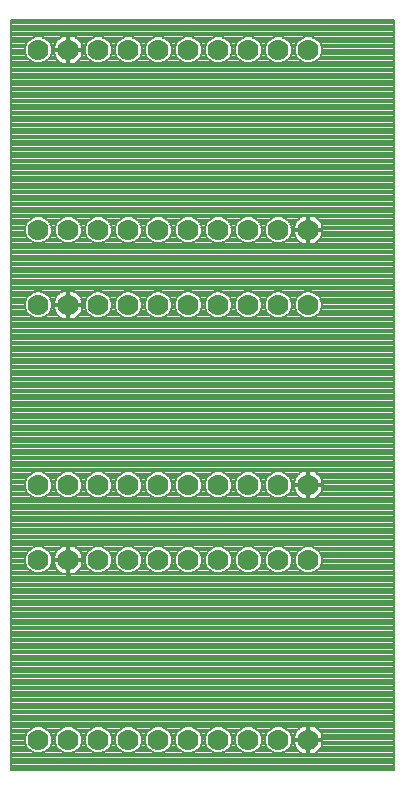
<source format=gbl>
G75*
%MOIN*%
%OFA0B0*%
%FSLAX25Y25*%
%IPPOS*%
%LPD*%
%AMOC8*
5,1,8,0,0,1.08239X$1,22.5*
%
%ADD10C,0.07000*%
%ADD11C,0.00800*%
D10*
X0016800Y0483502D03*
X0026800Y0483502D03*
X0036800Y0483502D03*
X0046800Y0483502D03*
X0056800Y0483502D03*
X0066800Y0483502D03*
X0076800Y0483502D03*
X0086800Y0483502D03*
X0096800Y0483502D03*
X0106800Y0483502D03*
X0106800Y0543502D03*
X0106800Y0568502D03*
X0096800Y0568502D03*
X0096800Y0543502D03*
X0086800Y0543502D03*
X0086800Y0568502D03*
X0076800Y0568502D03*
X0076800Y0543502D03*
X0066800Y0543502D03*
X0066800Y0568502D03*
X0056800Y0568502D03*
X0056800Y0543502D03*
X0046800Y0543502D03*
X0046800Y0568502D03*
X0036800Y0568502D03*
X0036800Y0543502D03*
X0026800Y0543502D03*
X0026800Y0568502D03*
X0016800Y0568502D03*
X0016800Y0543502D03*
X0016800Y0628502D03*
X0026800Y0628502D03*
X0036800Y0628502D03*
X0046800Y0628502D03*
X0056800Y0628502D03*
X0066800Y0628502D03*
X0076800Y0628502D03*
X0086800Y0628502D03*
X0096800Y0628502D03*
X0106800Y0628502D03*
X0106800Y0653502D03*
X0096800Y0653502D03*
X0086800Y0653502D03*
X0076800Y0653502D03*
X0066800Y0653502D03*
X0056800Y0653502D03*
X0046800Y0653502D03*
X0036800Y0653502D03*
X0026800Y0653502D03*
X0016800Y0653502D03*
X0016800Y0713502D03*
X0026800Y0713502D03*
X0036800Y0713502D03*
X0046800Y0713502D03*
X0056800Y0713502D03*
X0066800Y0713502D03*
X0076800Y0713502D03*
X0086800Y0713502D03*
X0096800Y0713502D03*
X0106800Y0713502D03*
D11*
X0007700Y0723502D02*
X0007700Y0473502D01*
X0135500Y0473502D01*
X0135500Y0723502D01*
X0007700Y0723502D01*
X0007700Y0723227D02*
X0135500Y0723227D01*
X0135500Y0722429D02*
X0007700Y0722429D01*
X0007700Y0721630D02*
X0135500Y0721630D01*
X0135500Y0720832D02*
X0007700Y0720832D01*
X0007700Y0720033D02*
X0135500Y0720033D01*
X0135500Y0719235D02*
X0007700Y0719235D01*
X0007700Y0718436D02*
X0135500Y0718436D01*
X0135500Y0717637D02*
X0108575Y0717637D01*
X0109349Y0717317D02*
X0107695Y0718002D01*
X0105905Y0718002D01*
X0104251Y0717317D01*
X0102985Y0716051D01*
X0102300Y0714397D01*
X0102300Y0712607D01*
X0102985Y0710953D01*
X0104251Y0709687D01*
X0105905Y0709002D01*
X0107695Y0709002D01*
X0109349Y0709687D01*
X0110615Y0710953D01*
X0111300Y0712607D01*
X0111300Y0714397D01*
X0110615Y0716051D01*
X0109349Y0717317D01*
X0109827Y0716839D02*
X0135500Y0716839D01*
X0135500Y0716040D02*
X0110619Y0716040D01*
X0110950Y0715242D02*
X0135500Y0715242D01*
X0135500Y0714443D02*
X0111281Y0714443D01*
X0111300Y0713645D02*
X0135500Y0713645D01*
X0135500Y0712846D02*
X0111300Y0712846D01*
X0111068Y0712048D02*
X0135500Y0712048D01*
X0135500Y0711249D02*
X0110738Y0711249D01*
X0110113Y0710451D02*
X0135500Y0710451D01*
X0135500Y0709652D02*
X0109265Y0709652D01*
X0105025Y0717637D02*
X0098575Y0717637D01*
X0099349Y0717317D02*
X0097695Y0718002D01*
X0095905Y0718002D01*
X0094251Y0717317D01*
X0092985Y0716051D01*
X0092300Y0714397D01*
X0092300Y0712607D01*
X0092985Y0710953D01*
X0094251Y0709687D01*
X0095905Y0709002D01*
X0097695Y0709002D01*
X0099349Y0709687D01*
X0100615Y0710953D01*
X0101300Y0712607D01*
X0101300Y0714397D01*
X0100615Y0716051D01*
X0099349Y0717317D01*
X0099827Y0716839D02*
X0103773Y0716839D01*
X0102981Y0716040D02*
X0100619Y0716040D01*
X0100950Y0715242D02*
X0102650Y0715242D01*
X0102319Y0714443D02*
X0101281Y0714443D01*
X0101300Y0713645D02*
X0102300Y0713645D01*
X0102300Y0712846D02*
X0101300Y0712846D01*
X0101068Y0712048D02*
X0102532Y0712048D01*
X0102862Y0711249D02*
X0100738Y0711249D01*
X0100113Y0710451D02*
X0103487Y0710451D01*
X0104335Y0709652D02*
X0099265Y0709652D01*
X0095025Y0717637D02*
X0088575Y0717637D01*
X0089349Y0717317D02*
X0087695Y0718002D01*
X0085905Y0718002D01*
X0084251Y0717317D01*
X0082985Y0716051D01*
X0082300Y0714397D01*
X0082300Y0712607D01*
X0082985Y0710953D01*
X0084251Y0709687D01*
X0085905Y0709002D01*
X0087695Y0709002D01*
X0089349Y0709687D01*
X0090615Y0710953D01*
X0091300Y0712607D01*
X0091300Y0714397D01*
X0090615Y0716051D01*
X0089349Y0717317D01*
X0089827Y0716839D02*
X0093773Y0716839D01*
X0092981Y0716040D02*
X0090619Y0716040D01*
X0090950Y0715242D02*
X0092650Y0715242D01*
X0092319Y0714443D02*
X0091281Y0714443D01*
X0091300Y0713645D02*
X0092300Y0713645D01*
X0092300Y0712846D02*
X0091300Y0712846D01*
X0091068Y0712048D02*
X0092532Y0712048D01*
X0092862Y0711249D02*
X0090738Y0711249D01*
X0090113Y0710451D02*
X0093487Y0710451D01*
X0094335Y0709652D02*
X0089265Y0709652D01*
X0085025Y0717637D02*
X0078575Y0717637D01*
X0079349Y0717317D02*
X0077695Y0718002D01*
X0075905Y0718002D01*
X0074251Y0717317D01*
X0072985Y0716051D01*
X0072300Y0714397D01*
X0072300Y0712607D01*
X0072985Y0710953D01*
X0074251Y0709687D01*
X0075905Y0709002D01*
X0077695Y0709002D01*
X0079349Y0709687D01*
X0080615Y0710953D01*
X0081300Y0712607D01*
X0081300Y0714397D01*
X0080615Y0716051D01*
X0079349Y0717317D01*
X0079827Y0716839D02*
X0083773Y0716839D01*
X0082981Y0716040D02*
X0080619Y0716040D01*
X0080950Y0715242D02*
X0082650Y0715242D01*
X0082319Y0714443D02*
X0081281Y0714443D01*
X0081300Y0713645D02*
X0082300Y0713645D01*
X0082300Y0712846D02*
X0081300Y0712846D01*
X0081068Y0712048D02*
X0082532Y0712048D01*
X0082862Y0711249D02*
X0080738Y0711249D01*
X0080113Y0710451D02*
X0083487Y0710451D01*
X0084335Y0709652D02*
X0079265Y0709652D01*
X0075025Y0717637D02*
X0068575Y0717637D01*
X0069349Y0717317D02*
X0067695Y0718002D01*
X0065905Y0718002D01*
X0064251Y0717317D01*
X0062985Y0716051D01*
X0062300Y0714397D01*
X0062300Y0712607D01*
X0062985Y0710953D01*
X0064251Y0709687D01*
X0065905Y0709002D01*
X0067695Y0709002D01*
X0069349Y0709687D01*
X0070615Y0710953D01*
X0071300Y0712607D01*
X0071300Y0714397D01*
X0070615Y0716051D01*
X0069349Y0717317D01*
X0069827Y0716839D02*
X0073773Y0716839D01*
X0072981Y0716040D02*
X0070619Y0716040D01*
X0070950Y0715242D02*
X0072650Y0715242D01*
X0072319Y0714443D02*
X0071281Y0714443D01*
X0071300Y0713645D02*
X0072300Y0713645D01*
X0072300Y0712846D02*
X0071300Y0712846D01*
X0071068Y0712048D02*
X0072532Y0712048D01*
X0072862Y0711249D02*
X0070738Y0711249D01*
X0070113Y0710451D02*
X0073487Y0710451D01*
X0074335Y0709652D02*
X0069265Y0709652D01*
X0065025Y0717637D02*
X0058575Y0717637D01*
X0059349Y0717317D02*
X0057695Y0718002D01*
X0055905Y0718002D01*
X0054251Y0717317D01*
X0052985Y0716051D01*
X0052300Y0714397D01*
X0052300Y0712607D01*
X0052985Y0710953D01*
X0054251Y0709687D01*
X0055905Y0709002D01*
X0057695Y0709002D01*
X0059349Y0709687D01*
X0060615Y0710953D01*
X0061300Y0712607D01*
X0061300Y0714397D01*
X0060615Y0716051D01*
X0059349Y0717317D01*
X0059827Y0716839D02*
X0063773Y0716839D01*
X0062981Y0716040D02*
X0060619Y0716040D01*
X0060950Y0715242D02*
X0062650Y0715242D01*
X0062319Y0714443D02*
X0061281Y0714443D01*
X0061300Y0713645D02*
X0062300Y0713645D01*
X0062300Y0712846D02*
X0061300Y0712846D01*
X0061068Y0712048D02*
X0062532Y0712048D01*
X0062862Y0711249D02*
X0060738Y0711249D01*
X0060113Y0710451D02*
X0063487Y0710451D01*
X0064335Y0709652D02*
X0059265Y0709652D01*
X0055025Y0717637D02*
X0048575Y0717637D01*
X0049349Y0717317D02*
X0047695Y0718002D01*
X0045905Y0718002D01*
X0044251Y0717317D01*
X0042985Y0716051D01*
X0042300Y0714397D01*
X0042300Y0712607D01*
X0042985Y0710953D01*
X0044251Y0709687D01*
X0045905Y0709002D01*
X0047695Y0709002D01*
X0049349Y0709687D01*
X0050615Y0710953D01*
X0051300Y0712607D01*
X0051300Y0714397D01*
X0050615Y0716051D01*
X0049349Y0717317D01*
X0049827Y0716839D02*
X0053773Y0716839D01*
X0052981Y0716040D02*
X0050619Y0716040D01*
X0050950Y0715242D02*
X0052650Y0715242D01*
X0052319Y0714443D02*
X0051281Y0714443D01*
X0051300Y0713645D02*
X0052300Y0713645D01*
X0052300Y0712846D02*
X0051300Y0712846D01*
X0051068Y0712048D02*
X0052532Y0712048D01*
X0052862Y0711249D02*
X0050738Y0711249D01*
X0050113Y0710451D02*
X0053487Y0710451D01*
X0054335Y0709652D02*
X0049265Y0709652D01*
X0045025Y0717637D02*
X0038575Y0717637D01*
X0039349Y0717317D02*
X0037695Y0718002D01*
X0035905Y0718002D01*
X0034251Y0717317D01*
X0032985Y0716051D01*
X0032300Y0714397D01*
X0032300Y0712607D01*
X0032985Y0710953D01*
X0034251Y0709687D01*
X0035905Y0709002D01*
X0037695Y0709002D01*
X0039349Y0709687D01*
X0040615Y0710953D01*
X0041300Y0712607D01*
X0041300Y0714397D01*
X0040615Y0716051D01*
X0039349Y0717317D01*
X0039827Y0716839D02*
X0043773Y0716839D01*
X0042981Y0716040D02*
X0040619Y0716040D01*
X0040950Y0715242D02*
X0042650Y0715242D01*
X0042319Y0714443D02*
X0041281Y0714443D01*
X0041300Y0713645D02*
X0042300Y0713645D01*
X0042300Y0712846D02*
X0041300Y0712846D01*
X0041068Y0712048D02*
X0042532Y0712048D01*
X0042862Y0711249D02*
X0040738Y0711249D01*
X0040113Y0710451D02*
X0043487Y0710451D01*
X0044335Y0709652D02*
X0039265Y0709652D01*
X0035025Y0717637D02*
X0029444Y0717637D01*
X0029368Y0717693D02*
X0028681Y0718043D01*
X0027947Y0718281D01*
X0027200Y0718400D01*
X0027200Y0713902D01*
X0026400Y0713902D01*
X0026400Y0718400D01*
X0025653Y0718281D01*
X0024919Y0718043D01*
X0024232Y0717693D01*
X0023608Y0717239D01*
X0023062Y0716694D01*
X0022609Y0716070D01*
X0022259Y0715383D01*
X0022021Y0714649D01*
X0021902Y0713902D01*
X0026400Y0713902D01*
X0026400Y0713102D01*
X0021902Y0713102D01*
X0022021Y0712355D01*
X0022259Y0711621D01*
X0022609Y0710934D01*
X0023062Y0710310D01*
X0023608Y0709764D01*
X0024232Y0709311D01*
X0024919Y0708961D01*
X0025653Y0708723D01*
X0026400Y0708604D01*
X0026400Y0713102D01*
X0027200Y0713102D01*
X0027200Y0713902D01*
X0031698Y0713902D01*
X0031579Y0714649D01*
X0031341Y0715383D01*
X0030991Y0716070D01*
X0030537Y0716694D01*
X0029992Y0717239D01*
X0029368Y0717693D01*
X0030393Y0716839D02*
X0033773Y0716839D01*
X0032981Y0716040D02*
X0031006Y0716040D01*
X0031387Y0715242D02*
X0032650Y0715242D01*
X0032319Y0714443D02*
X0031612Y0714443D01*
X0032300Y0713645D02*
X0027200Y0713645D01*
X0027200Y0713102D02*
X0031698Y0713102D01*
X0031579Y0712355D01*
X0031341Y0711621D01*
X0030991Y0710934D01*
X0030537Y0710310D01*
X0029992Y0709764D01*
X0029368Y0709311D01*
X0028681Y0708961D01*
X0027947Y0708723D01*
X0027200Y0708604D01*
X0027200Y0713102D01*
X0027200Y0712846D02*
X0026400Y0712846D01*
X0026400Y0712048D02*
X0027200Y0712048D01*
X0027200Y0711249D02*
X0026400Y0711249D01*
X0026400Y0710451D02*
X0027200Y0710451D01*
X0027200Y0709652D02*
X0026400Y0709652D01*
X0026400Y0708854D02*
X0027200Y0708854D01*
X0028351Y0708854D02*
X0135500Y0708854D01*
X0135500Y0708055D02*
X0007700Y0708055D01*
X0007700Y0707257D02*
X0135500Y0707257D01*
X0135500Y0706458D02*
X0007700Y0706458D01*
X0007700Y0705660D02*
X0135500Y0705660D01*
X0135500Y0704861D02*
X0007700Y0704861D01*
X0007700Y0704063D02*
X0135500Y0704063D01*
X0135500Y0703264D02*
X0007700Y0703264D01*
X0007700Y0702466D02*
X0135500Y0702466D01*
X0135500Y0701667D02*
X0007700Y0701667D01*
X0007700Y0700869D02*
X0135500Y0700869D01*
X0135500Y0700070D02*
X0007700Y0700070D01*
X0007700Y0699272D02*
X0135500Y0699272D01*
X0135500Y0698473D02*
X0007700Y0698473D01*
X0007700Y0697675D02*
X0135500Y0697675D01*
X0135500Y0696876D02*
X0007700Y0696876D01*
X0007700Y0696078D02*
X0135500Y0696078D01*
X0135500Y0695279D02*
X0007700Y0695279D01*
X0007700Y0694481D02*
X0135500Y0694481D01*
X0135500Y0693682D02*
X0007700Y0693682D01*
X0007700Y0692884D02*
X0135500Y0692884D01*
X0135500Y0692085D02*
X0007700Y0692085D01*
X0007700Y0691287D02*
X0135500Y0691287D01*
X0135500Y0690488D02*
X0007700Y0690488D01*
X0007700Y0689690D02*
X0135500Y0689690D01*
X0135500Y0688891D02*
X0007700Y0688891D01*
X0007700Y0688093D02*
X0135500Y0688093D01*
X0135500Y0687294D02*
X0007700Y0687294D01*
X0007700Y0686496D02*
X0135500Y0686496D01*
X0135500Y0685697D02*
X0007700Y0685697D01*
X0007700Y0684899D02*
X0135500Y0684899D01*
X0135500Y0684100D02*
X0007700Y0684100D01*
X0007700Y0683302D02*
X0135500Y0683302D01*
X0135500Y0682503D02*
X0007700Y0682503D01*
X0007700Y0681704D02*
X0135500Y0681704D01*
X0135500Y0680906D02*
X0007700Y0680906D01*
X0007700Y0680107D02*
X0135500Y0680107D01*
X0135500Y0679309D02*
X0007700Y0679309D01*
X0007700Y0678510D02*
X0135500Y0678510D01*
X0135500Y0677712D02*
X0007700Y0677712D01*
X0007700Y0676913D02*
X0135500Y0676913D01*
X0135500Y0676115D02*
X0007700Y0676115D01*
X0007700Y0675316D02*
X0135500Y0675316D01*
X0135500Y0674518D02*
X0007700Y0674518D01*
X0007700Y0673719D02*
X0135500Y0673719D01*
X0135500Y0672921D02*
X0007700Y0672921D01*
X0007700Y0672122D02*
X0135500Y0672122D01*
X0135500Y0671324D02*
X0007700Y0671324D01*
X0007700Y0670525D02*
X0135500Y0670525D01*
X0135500Y0669727D02*
X0007700Y0669727D01*
X0007700Y0668928D02*
X0135500Y0668928D01*
X0135500Y0668130D02*
X0007700Y0668130D01*
X0007700Y0667331D02*
X0135500Y0667331D01*
X0135500Y0666533D02*
X0007700Y0666533D01*
X0007700Y0665734D02*
X0135500Y0665734D01*
X0135500Y0664936D02*
X0007700Y0664936D01*
X0007700Y0664137D02*
X0135500Y0664137D01*
X0135500Y0663339D02*
X0007700Y0663339D01*
X0007700Y0662540D02*
X0135500Y0662540D01*
X0135500Y0661742D02*
X0007700Y0661742D01*
X0007700Y0660943D02*
X0135500Y0660943D01*
X0135500Y0660145D02*
X0007700Y0660145D01*
X0007700Y0659346D02*
X0135500Y0659346D01*
X0135500Y0658548D02*
X0007700Y0658548D01*
X0007700Y0657749D02*
X0015295Y0657749D01*
X0015905Y0658002D02*
X0014251Y0657317D01*
X0012985Y0656051D01*
X0012300Y0654397D01*
X0012300Y0652607D01*
X0012985Y0650953D01*
X0014251Y0649687D01*
X0015905Y0649002D01*
X0017695Y0649002D01*
X0019349Y0649687D01*
X0020615Y0650953D01*
X0021300Y0652607D01*
X0021300Y0654397D01*
X0020615Y0656051D01*
X0019349Y0657317D01*
X0017695Y0658002D01*
X0015905Y0658002D01*
X0013885Y0656951D02*
X0007700Y0656951D01*
X0007700Y0656152D02*
X0013086Y0656152D01*
X0012696Y0655354D02*
X0007700Y0655354D01*
X0007700Y0654555D02*
X0012365Y0654555D01*
X0012300Y0653757D02*
X0007700Y0653757D01*
X0007700Y0652958D02*
X0012300Y0652958D01*
X0012485Y0652160D02*
X0007700Y0652160D01*
X0007700Y0651361D02*
X0012816Y0651361D01*
X0013375Y0650563D02*
X0007700Y0650563D01*
X0007700Y0649764D02*
X0014174Y0649764D01*
X0019426Y0649764D02*
X0024174Y0649764D01*
X0024251Y0649687D02*
X0025905Y0649002D01*
X0027695Y0649002D01*
X0029349Y0649687D01*
X0030615Y0650953D01*
X0031300Y0652607D01*
X0031300Y0654397D01*
X0030615Y0656051D01*
X0029349Y0657317D01*
X0027695Y0658002D01*
X0025905Y0658002D01*
X0024251Y0657317D01*
X0022985Y0656051D01*
X0022300Y0654397D01*
X0022300Y0652607D01*
X0022985Y0650953D01*
X0024251Y0649687D01*
X0023375Y0650563D02*
X0020225Y0650563D01*
X0020784Y0651361D02*
X0022816Y0651361D01*
X0022485Y0652160D02*
X0021115Y0652160D01*
X0021300Y0652958D02*
X0022300Y0652958D01*
X0022300Y0653757D02*
X0021300Y0653757D01*
X0021235Y0654555D02*
X0022365Y0654555D01*
X0022696Y0655354D02*
X0020904Y0655354D01*
X0020514Y0656152D02*
X0023086Y0656152D01*
X0023885Y0656951D02*
X0019715Y0656951D01*
X0018305Y0657749D02*
X0025295Y0657749D01*
X0028305Y0657749D02*
X0035295Y0657749D01*
X0035905Y0658002D02*
X0034251Y0657317D01*
X0032985Y0656051D01*
X0032300Y0654397D01*
X0032300Y0652607D01*
X0032985Y0650953D01*
X0034251Y0649687D01*
X0035905Y0649002D01*
X0037695Y0649002D01*
X0039349Y0649687D01*
X0040615Y0650953D01*
X0041300Y0652607D01*
X0041300Y0654397D01*
X0040615Y0656051D01*
X0039349Y0657317D01*
X0037695Y0658002D01*
X0035905Y0658002D01*
X0033885Y0656951D02*
X0029715Y0656951D01*
X0030514Y0656152D02*
X0033086Y0656152D01*
X0032696Y0655354D02*
X0030904Y0655354D01*
X0031235Y0654555D02*
X0032365Y0654555D01*
X0032300Y0653757D02*
X0031300Y0653757D01*
X0031300Y0652958D02*
X0032300Y0652958D01*
X0032485Y0652160D02*
X0031115Y0652160D01*
X0030784Y0651361D02*
X0032816Y0651361D01*
X0033375Y0650563D02*
X0030225Y0650563D01*
X0029426Y0649764D02*
X0034174Y0649764D01*
X0039426Y0649764D02*
X0044174Y0649764D01*
X0044251Y0649687D02*
X0045905Y0649002D01*
X0047695Y0649002D01*
X0049349Y0649687D01*
X0050615Y0650953D01*
X0051300Y0652607D01*
X0051300Y0654397D01*
X0050615Y0656051D01*
X0049349Y0657317D01*
X0047695Y0658002D01*
X0045905Y0658002D01*
X0044251Y0657317D01*
X0042985Y0656051D01*
X0042300Y0654397D01*
X0042300Y0652607D01*
X0042985Y0650953D01*
X0044251Y0649687D01*
X0043375Y0650563D02*
X0040225Y0650563D01*
X0040784Y0651361D02*
X0042816Y0651361D01*
X0042485Y0652160D02*
X0041115Y0652160D01*
X0041300Y0652958D02*
X0042300Y0652958D01*
X0042300Y0653757D02*
X0041300Y0653757D01*
X0041235Y0654555D02*
X0042365Y0654555D01*
X0042696Y0655354D02*
X0040904Y0655354D01*
X0040514Y0656152D02*
X0043086Y0656152D01*
X0043885Y0656951D02*
X0039715Y0656951D01*
X0038305Y0657749D02*
X0045295Y0657749D01*
X0048305Y0657749D02*
X0055295Y0657749D01*
X0055905Y0658002D02*
X0054251Y0657317D01*
X0052985Y0656051D01*
X0052300Y0654397D01*
X0052300Y0652607D01*
X0052985Y0650953D01*
X0054251Y0649687D01*
X0055905Y0649002D01*
X0057695Y0649002D01*
X0059349Y0649687D01*
X0060615Y0650953D01*
X0061300Y0652607D01*
X0061300Y0654397D01*
X0060615Y0656051D01*
X0059349Y0657317D01*
X0057695Y0658002D01*
X0055905Y0658002D01*
X0053885Y0656951D02*
X0049715Y0656951D01*
X0050514Y0656152D02*
X0053086Y0656152D01*
X0052696Y0655354D02*
X0050904Y0655354D01*
X0051235Y0654555D02*
X0052365Y0654555D01*
X0052300Y0653757D02*
X0051300Y0653757D01*
X0051300Y0652958D02*
X0052300Y0652958D01*
X0052485Y0652160D02*
X0051115Y0652160D01*
X0050784Y0651361D02*
X0052816Y0651361D01*
X0053375Y0650563D02*
X0050225Y0650563D01*
X0049426Y0649764D02*
X0054174Y0649764D01*
X0059426Y0649764D02*
X0064174Y0649764D01*
X0064251Y0649687D02*
X0065905Y0649002D01*
X0067695Y0649002D01*
X0069349Y0649687D01*
X0070615Y0650953D01*
X0071300Y0652607D01*
X0071300Y0654397D01*
X0070615Y0656051D01*
X0069349Y0657317D01*
X0067695Y0658002D01*
X0065905Y0658002D01*
X0064251Y0657317D01*
X0062985Y0656051D01*
X0062300Y0654397D01*
X0062300Y0652607D01*
X0062985Y0650953D01*
X0064251Y0649687D01*
X0063375Y0650563D02*
X0060225Y0650563D01*
X0060784Y0651361D02*
X0062816Y0651361D01*
X0062485Y0652160D02*
X0061115Y0652160D01*
X0061300Y0652958D02*
X0062300Y0652958D01*
X0062300Y0653757D02*
X0061300Y0653757D01*
X0061235Y0654555D02*
X0062365Y0654555D01*
X0062696Y0655354D02*
X0060904Y0655354D01*
X0060514Y0656152D02*
X0063086Y0656152D01*
X0063885Y0656951D02*
X0059715Y0656951D01*
X0058305Y0657749D02*
X0065295Y0657749D01*
X0068305Y0657749D02*
X0075295Y0657749D01*
X0075905Y0658002D02*
X0074251Y0657317D01*
X0072985Y0656051D01*
X0072300Y0654397D01*
X0072300Y0652607D01*
X0072985Y0650953D01*
X0074251Y0649687D01*
X0075905Y0649002D01*
X0077695Y0649002D01*
X0079349Y0649687D01*
X0080615Y0650953D01*
X0081300Y0652607D01*
X0081300Y0654397D01*
X0080615Y0656051D01*
X0079349Y0657317D01*
X0077695Y0658002D01*
X0075905Y0658002D01*
X0073885Y0656951D02*
X0069715Y0656951D01*
X0070514Y0656152D02*
X0073086Y0656152D01*
X0072696Y0655354D02*
X0070904Y0655354D01*
X0071235Y0654555D02*
X0072365Y0654555D01*
X0072300Y0653757D02*
X0071300Y0653757D01*
X0071300Y0652958D02*
X0072300Y0652958D01*
X0072485Y0652160D02*
X0071115Y0652160D01*
X0070784Y0651361D02*
X0072816Y0651361D01*
X0073375Y0650563D02*
X0070225Y0650563D01*
X0069426Y0649764D02*
X0074174Y0649764D01*
X0079426Y0649764D02*
X0084174Y0649764D01*
X0084251Y0649687D02*
X0085905Y0649002D01*
X0087695Y0649002D01*
X0089349Y0649687D01*
X0090615Y0650953D01*
X0091300Y0652607D01*
X0091300Y0654397D01*
X0090615Y0656051D01*
X0089349Y0657317D01*
X0087695Y0658002D01*
X0085905Y0658002D01*
X0084251Y0657317D01*
X0082985Y0656051D01*
X0082300Y0654397D01*
X0082300Y0652607D01*
X0082985Y0650953D01*
X0084251Y0649687D01*
X0083375Y0650563D02*
X0080225Y0650563D01*
X0080784Y0651361D02*
X0082816Y0651361D01*
X0082485Y0652160D02*
X0081115Y0652160D01*
X0081300Y0652958D02*
X0082300Y0652958D01*
X0082300Y0653757D02*
X0081300Y0653757D01*
X0081235Y0654555D02*
X0082365Y0654555D01*
X0082696Y0655354D02*
X0080904Y0655354D01*
X0080514Y0656152D02*
X0083086Y0656152D01*
X0083885Y0656951D02*
X0079715Y0656951D01*
X0078305Y0657749D02*
X0085295Y0657749D01*
X0088305Y0657749D02*
X0095295Y0657749D01*
X0095905Y0658002D02*
X0094251Y0657317D01*
X0092985Y0656051D01*
X0092300Y0654397D01*
X0092300Y0652607D01*
X0092985Y0650953D01*
X0094251Y0649687D01*
X0095905Y0649002D01*
X0097695Y0649002D01*
X0099349Y0649687D01*
X0100615Y0650953D01*
X0101300Y0652607D01*
X0101300Y0654397D01*
X0100615Y0656051D01*
X0099349Y0657317D01*
X0097695Y0658002D01*
X0095905Y0658002D01*
X0093885Y0656951D02*
X0089715Y0656951D01*
X0090514Y0656152D02*
X0093086Y0656152D01*
X0092696Y0655354D02*
X0090904Y0655354D01*
X0091235Y0654555D02*
X0092365Y0654555D01*
X0092300Y0653757D02*
X0091300Y0653757D01*
X0091300Y0652958D02*
X0092300Y0652958D01*
X0092485Y0652160D02*
X0091115Y0652160D01*
X0090784Y0651361D02*
X0092816Y0651361D01*
X0093375Y0650563D02*
X0090225Y0650563D01*
X0089426Y0649764D02*
X0094174Y0649764D01*
X0099426Y0649764D02*
X0103608Y0649764D01*
X0104232Y0649311D01*
X0104919Y0648961D01*
X0105653Y0648723D01*
X0106400Y0648604D01*
X0106400Y0653102D01*
X0101902Y0653102D01*
X0102021Y0652355D01*
X0102259Y0651621D01*
X0102609Y0650934D01*
X0103062Y0650310D01*
X0103608Y0649764D01*
X0102879Y0650563D02*
X0100225Y0650563D01*
X0100784Y0651361D02*
X0102391Y0651361D01*
X0102084Y0652160D02*
X0101115Y0652160D01*
X0101300Y0652958D02*
X0101925Y0652958D01*
X0101902Y0653902D02*
X0106400Y0653902D01*
X0106400Y0658400D01*
X0105653Y0658281D01*
X0104919Y0658043D01*
X0104232Y0657693D01*
X0103608Y0657239D01*
X0103062Y0656694D01*
X0102609Y0656070D01*
X0102259Y0655383D01*
X0102021Y0654649D01*
X0101902Y0653902D01*
X0101300Y0653757D02*
X0106400Y0653757D01*
X0106400Y0653902D02*
X0106400Y0653102D01*
X0107200Y0653102D01*
X0107200Y0653902D01*
X0106400Y0653902D01*
X0106400Y0654555D02*
X0107200Y0654555D01*
X0107200Y0653902D02*
X0107200Y0658400D01*
X0107947Y0658281D01*
X0108681Y0658043D01*
X0109368Y0657693D01*
X0109992Y0657239D01*
X0110537Y0656694D01*
X0110991Y0656070D01*
X0111341Y0655383D01*
X0111579Y0654649D01*
X0111698Y0653902D01*
X0107200Y0653902D01*
X0107200Y0653757D02*
X0135500Y0653757D01*
X0135500Y0654555D02*
X0111594Y0654555D01*
X0111351Y0655354D02*
X0135500Y0655354D01*
X0135500Y0656152D02*
X0110931Y0656152D01*
X0110281Y0656951D02*
X0135500Y0656951D01*
X0135500Y0657749D02*
X0109258Y0657749D01*
X0107200Y0657749D02*
X0106400Y0657749D01*
X0106400Y0656951D02*
X0107200Y0656951D01*
X0107200Y0656152D02*
X0106400Y0656152D01*
X0106400Y0655354D02*
X0107200Y0655354D01*
X0107200Y0653102D02*
X0111698Y0653102D01*
X0111579Y0652355D01*
X0111341Y0651621D01*
X0110991Y0650934D01*
X0110537Y0650310D01*
X0109992Y0649764D01*
X0135500Y0649764D01*
X0135500Y0648966D02*
X0108690Y0648966D01*
X0108681Y0648961D02*
X0109368Y0649311D01*
X0109992Y0649764D01*
X0110721Y0650563D02*
X0135500Y0650563D01*
X0135500Y0651361D02*
X0111209Y0651361D01*
X0111516Y0652160D02*
X0135500Y0652160D01*
X0135500Y0652958D02*
X0111675Y0652958D01*
X0108681Y0648961D02*
X0107947Y0648723D01*
X0107200Y0648604D01*
X0107200Y0653102D01*
X0107200Y0652958D02*
X0106400Y0652958D01*
X0106400Y0652160D02*
X0107200Y0652160D01*
X0107200Y0651361D02*
X0106400Y0651361D01*
X0106400Y0650563D02*
X0107200Y0650563D01*
X0107200Y0649764D02*
X0106400Y0649764D01*
X0106400Y0648966D02*
X0107200Y0648966D01*
X0104910Y0648966D02*
X0007700Y0648966D01*
X0007700Y0648167D02*
X0135500Y0648167D01*
X0135500Y0647369D02*
X0007700Y0647369D01*
X0007700Y0646570D02*
X0135500Y0646570D01*
X0135500Y0645771D02*
X0007700Y0645771D01*
X0007700Y0644973D02*
X0135500Y0644973D01*
X0135500Y0644174D02*
X0007700Y0644174D01*
X0007700Y0643376D02*
X0135500Y0643376D01*
X0135500Y0642577D02*
X0007700Y0642577D01*
X0007700Y0641779D02*
X0135500Y0641779D01*
X0135500Y0640980D02*
X0007700Y0640980D01*
X0007700Y0640182D02*
X0135500Y0640182D01*
X0135500Y0639383D02*
X0007700Y0639383D01*
X0007700Y0638585D02*
X0135500Y0638585D01*
X0135500Y0637786D02*
X0007700Y0637786D01*
X0007700Y0636988D02*
X0135500Y0636988D01*
X0135500Y0636189D02*
X0007700Y0636189D01*
X0007700Y0635391D02*
X0135500Y0635391D01*
X0135500Y0634592D02*
X0007700Y0634592D01*
X0007700Y0633794D02*
X0135500Y0633794D01*
X0135500Y0632995D02*
X0107711Y0632995D01*
X0107695Y0633002D02*
X0105905Y0633002D01*
X0104251Y0632317D01*
X0102985Y0631051D01*
X0102300Y0629397D01*
X0102300Y0627607D01*
X0102985Y0625953D01*
X0104251Y0624687D01*
X0105905Y0624002D01*
X0107695Y0624002D01*
X0109349Y0624687D01*
X0110615Y0625953D01*
X0111300Y0627607D01*
X0111300Y0629397D01*
X0110615Y0631051D01*
X0109349Y0632317D01*
X0107695Y0633002D01*
X0105889Y0632995D02*
X0097711Y0632995D01*
X0097695Y0633002D02*
X0095905Y0633002D01*
X0094251Y0632317D01*
X0092985Y0631051D01*
X0092300Y0629397D01*
X0092300Y0627607D01*
X0092985Y0625953D01*
X0094251Y0624687D01*
X0095905Y0624002D01*
X0097695Y0624002D01*
X0099349Y0624687D01*
X0100615Y0625953D01*
X0101300Y0627607D01*
X0101300Y0629397D01*
X0100615Y0631051D01*
X0099349Y0632317D01*
X0097695Y0633002D01*
X0095889Y0632995D02*
X0087711Y0632995D01*
X0087695Y0633002D02*
X0085905Y0633002D01*
X0084251Y0632317D01*
X0082985Y0631051D01*
X0082300Y0629397D01*
X0082300Y0627607D01*
X0082985Y0625953D01*
X0084251Y0624687D01*
X0085905Y0624002D01*
X0087695Y0624002D01*
X0089349Y0624687D01*
X0090615Y0625953D01*
X0091300Y0627607D01*
X0091300Y0629397D01*
X0090615Y0631051D01*
X0089349Y0632317D01*
X0087695Y0633002D01*
X0085889Y0632995D02*
X0077711Y0632995D01*
X0077695Y0633002D02*
X0075905Y0633002D01*
X0074251Y0632317D01*
X0072985Y0631051D01*
X0072300Y0629397D01*
X0072300Y0627607D01*
X0072985Y0625953D01*
X0074251Y0624687D01*
X0075905Y0624002D01*
X0077695Y0624002D01*
X0079349Y0624687D01*
X0080615Y0625953D01*
X0081300Y0627607D01*
X0081300Y0629397D01*
X0080615Y0631051D01*
X0079349Y0632317D01*
X0077695Y0633002D01*
X0075889Y0632995D02*
X0067711Y0632995D01*
X0067695Y0633002D02*
X0065905Y0633002D01*
X0064251Y0632317D01*
X0062985Y0631051D01*
X0062300Y0629397D01*
X0062300Y0627607D01*
X0062985Y0625953D01*
X0064251Y0624687D01*
X0065905Y0624002D01*
X0067695Y0624002D01*
X0069349Y0624687D01*
X0070615Y0625953D01*
X0071300Y0627607D01*
X0071300Y0629397D01*
X0070615Y0631051D01*
X0069349Y0632317D01*
X0067695Y0633002D01*
X0065889Y0632995D02*
X0057711Y0632995D01*
X0057695Y0633002D02*
X0055905Y0633002D01*
X0054251Y0632317D01*
X0052985Y0631051D01*
X0052300Y0629397D01*
X0052300Y0627607D01*
X0052985Y0625953D01*
X0054251Y0624687D01*
X0055905Y0624002D01*
X0057695Y0624002D01*
X0059349Y0624687D01*
X0060615Y0625953D01*
X0061300Y0627607D01*
X0061300Y0629397D01*
X0060615Y0631051D01*
X0059349Y0632317D01*
X0057695Y0633002D01*
X0055889Y0632995D02*
X0047711Y0632995D01*
X0047695Y0633002D02*
X0045905Y0633002D01*
X0044251Y0632317D01*
X0042985Y0631051D01*
X0042300Y0629397D01*
X0042300Y0627607D01*
X0042985Y0625953D01*
X0044251Y0624687D01*
X0045905Y0624002D01*
X0047695Y0624002D01*
X0049349Y0624687D01*
X0050615Y0625953D01*
X0051300Y0627607D01*
X0051300Y0629397D01*
X0050615Y0631051D01*
X0049349Y0632317D01*
X0047695Y0633002D01*
X0045889Y0632995D02*
X0037711Y0632995D01*
X0037695Y0633002D02*
X0035905Y0633002D01*
X0034251Y0632317D01*
X0032985Y0631051D01*
X0032300Y0629397D01*
X0032300Y0627607D01*
X0032985Y0625953D01*
X0034251Y0624687D01*
X0035905Y0624002D01*
X0037695Y0624002D01*
X0039349Y0624687D01*
X0040615Y0625953D01*
X0041300Y0627607D01*
X0041300Y0629397D01*
X0040615Y0631051D01*
X0039349Y0632317D01*
X0037695Y0633002D01*
X0035889Y0632995D02*
X0028774Y0632995D01*
X0028681Y0633043D02*
X0027947Y0633281D01*
X0027200Y0633400D01*
X0027200Y0628902D01*
X0026400Y0628902D01*
X0026400Y0633400D01*
X0025653Y0633281D01*
X0024919Y0633043D01*
X0024232Y0632693D01*
X0023608Y0632239D01*
X0023062Y0631694D01*
X0022609Y0631070D01*
X0022259Y0630383D01*
X0022021Y0629649D01*
X0021902Y0628902D01*
X0026400Y0628902D01*
X0026400Y0628102D01*
X0021902Y0628102D01*
X0022021Y0627355D01*
X0022259Y0626621D01*
X0022609Y0625934D01*
X0023062Y0625310D01*
X0023608Y0624764D01*
X0024232Y0624311D01*
X0024919Y0623961D01*
X0025653Y0623723D01*
X0026400Y0623604D01*
X0026400Y0628102D01*
X0027200Y0628102D01*
X0027200Y0628902D01*
X0031698Y0628902D01*
X0031579Y0629649D01*
X0031341Y0630383D01*
X0030991Y0631070D01*
X0030537Y0631694D01*
X0029992Y0632239D01*
X0029368Y0632693D01*
X0028681Y0633043D01*
X0027200Y0632995D02*
X0026400Y0632995D01*
X0026400Y0632197D02*
X0027200Y0632197D01*
X0027200Y0631398D02*
X0026400Y0631398D01*
X0026400Y0630600D02*
X0027200Y0630600D01*
X0027200Y0629801D02*
X0026400Y0629801D01*
X0026400Y0629003D02*
X0027200Y0629003D01*
X0027200Y0628204D02*
X0032300Y0628204D01*
X0031698Y0628102D02*
X0027200Y0628102D01*
X0027200Y0623604D01*
X0027947Y0623723D01*
X0028681Y0623961D01*
X0029368Y0624311D01*
X0029992Y0624764D01*
X0030537Y0625310D01*
X0030991Y0625934D01*
X0031341Y0626621D01*
X0031579Y0627355D01*
X0031698Y0628102D01*
X0031587Y0627406D02*
X0032383Y0627406D01*
X0032714Y0626607D02*
X0031334Y0626607D01*
X0030900Y0625809D02*
X0033129Y0625809D01*
X0033928Y0625010D02*
X0030238Y0625010D01*
X0029173Y0624212D02*
X0035399Y0624212D01*
X0038201Y0624212D02*
X0045399Y0624212D01*
X0043928Y0625010D02*
X0039672Y0625010D01*
X0040471Y0625809D02*
X0043129Y0625809D01*
X0042714Y0626607D02*
X0040886Y0626607D01*
X0041217Y0627406D02*
X0042383Y0627406D01*
X0042300Y0628204D02*
X0041300Y0628204D01*
X0041300Y0629003D02*
X0042300Y0629003D01*
X0042467Y0629801D02*
X0041133Y0629801D01*
X0040802Y0630600D02*
X0042798Y0630600D01*
X0043332Y0631398D02*
X0040268Y0631398D01*
X0039469Y0632197D02*
X0044131Y0632197D01*
X0049469Y0632197D02*
X0054131Y0632197D01*
X0053332Y0631398D02*
X0050268Y0631398D01*
X0050802Y0630600D02*
X0052798Y0630600D01*
X0052467Y0629801D02*
X0051133Y0629801D01*
X0051300Y0629003D02*
X0052300Y0629003D01*
X0052300Y0628204D02*
X0051300Y0628204D01*
X0051217Y0627406D02*
X0052383Y0627406D01*
X0052714Y0626607D02*
X0050886Y0626607D01*
X0050471Y0625809D02*
X0053129Y0625809D01*
X0053928Y0625010D02*
X0049672Y0625010D01*
X0048201Y0624212D02*
X0055399Y0624212D01*
X0058201Y0624212D02*
X0065399Y0624212D01*
X0063928Y0625010D02*
X0059672Y0625010D01*
X0060471Y0625809D02*
X0063129Y0625809D01*
X0062714Y0626607D02*
X0060886Y0626607D01*
X0061217Y0627406D02*
X0062383Y0627406D01*
X0062300Y0628204D02*
X0061300Y0628204D01*
X0061300Y0629003D02*
X0062300Y0629003D01*
X0062467Y0629801D02*
X0061133Y0629801D01*
X0060802Y0630600D02*
X0062798Y0630600D01*
X0063332Y0631398D02*
X0060268Y0631398D01*
X0059469Y0632197D02*
X0064131Y0632197D01*
X0069469Y0632197D02*
X0074131Y0632197D01*
X0073332Y0631398D02*
X0070268Y0631398D01*
X0070802Y0630600D02*
X0072798Y0630600D01*
X0072467Y0629801D02*
X0071133Y0629801D01*
X0071300Y0629003D02*
X0072300Y0629003D01*
X0072300Y0628204D02*
X0071300Y0628204D01*
X0071217Y0627406D02*
X0072383Y0627406D01*
X0072714Y0626607D02*
X0070886Y0626607D01*
X0070471Y0625809D02*
X0073129Y0625809D01*
X0073928Y0625010D02*
X0069672Y0625010D01*
X0068201Y0624212D02*
X0075399Y0624212D01*
X0078201Y0624212D02*
X0085399Y0624212D01*
X0083928Y0625010D02*
X0079672Y0625010D01*
X0080471Y0625809D02*
X0083129Y0625809D01*
X0082714Y0626607D02*
X0080886Y0626607D01*
X0081217Y0627406D02*
X0082383Y0627406D01*
X0082300Y0628204D02*
X0081300Y0628204D01*
X0081300Y0629003D02*
X0082300Y0629003D01*
X0082467Y0629801D02*
X0081133Y0629801D01*
X0080802Y0630600D02*
X0082798Y0630600D01*
X0083332Y0631398D02*
X0080268Y0631398D01*
X0079469Y0632197D02*
X0084131Y0632197D01*
X0089469Y0632197D02*
X0094131Y0632197D01*
X0093332Y0631398D02*
X0090268Y0631398D01*
X0090802Y0630600D02*
X0092798Y0630600D01*
X0092467Y0629801D02*
X0091133Y0629801D01*
X0091300Y0629003D02*
X0092300Y0629003D01*
X0092300Y0628204D02*
X0091300Y0628204D01*
X0091217Y0627406D02*
X0092383Y0627406D01*
X0092714Y0626607D02*
X0090886Y0626607D01*
X0090471Y0625809D02*
X0093129Y0625809D01*
X0093928Y0625010D02*
X0089672Y0625010D01*
X0088201Y0624212D02*
X0095399Y0624212D01*
X0098201Y0624212D02*
X0105399Y0624212D01*
X0103928Y0625010D02*
X0099672Y0625010D01*
X0100471Y0625809D02*
X0103129Y0625809D01*
X0102714Y0626607D02*
X0100886Y0626607D01*
X0101217Y0627406D02*
X0102383Y0627406D01*
X0102300Y0628204D02*
X0101300Y0628204D01*
X0101300Y0629003D02*
X0102300Y0629003D01*
X0102467Y0629801D02*
X0101133Y0629801D01*
X0100802Y0630600D02*
X0102798Y0630600D01*
X0103332Y0631398D02*
X0100268Y0631398D01*
X0099469Y0632197D02*
X0104131Y0632197D01*
X0109469Y0632197D02*
X0135500Y0632197D01*
X0135500Y0631398D02*
X0110268Y0631398D01*
X0110802Y0630600D02*
X0135500Y0630600D01*
X0135500Y0629801D02*
X0111133Y0629801D01*
X0111300Y0629003D02*
X0135500Y0629003D01*
X0135500Y0628204D02*
X0111300Y0628204D01*
X0111217Y0627406D02*
X0135500Y0627406D01*
X0135500Y0626607D02*
X0110886Y0626607D01*
X0110471Y0625809D02*
X0135500Y0625809D01*
X0135500Y0625010D02*
X0109672Y0625010D01*
X0108201Y0624212D02*
X0135500Y0624212D01*
X0135500Y0623413D02*
X0007700Y0623413D01*
X0007700Y0622615D02*
X0135500Y0622615D01*
X0135500Y0621816D02*
X0007700Y0621816D01*
X0007700Y0621018D02*
X0135500Y0621018D01*
X0135500Y0620219D02*
X0007700Y0620219D01*
X0007700Y0619421D02*
X0135500Y0619421D01*
X0135500Y0618622D02*
X0007700Y0618622D01*
X0007700Y0617824D02*
X0135500Y0617824D01*
X0135500Y0617025D02*
X0007700Y0617025D01*
X0007700Y0616227D02*
X0135500Y0616227D01*
X0135500Y0615428D02*
X0007700Y0615428D01*
X0007700Y0614630D02*
X0135500Y0614630D01*
X0135500Y0613831D02*
X0007700Y0613831D01*
X0007700Y0613033D02*
X0135500Y0613033D01*
X0135500Y0612234D02*
X0007700Y0612234D01*
X0007700Y0611435D02*
X0135500Y0611435D01*
X0135500Y0610637D02*
X0007700Y0610637D01*
X0007700Y0609838D02*
X0135500Y0609838D01*
X0135500Y0609040D02*
X0007700Y0609040D01*
X0007700Y0608241D02*
X0135500Y0608241D01*
X0135500Y0607443D02*
X0007700Y0607443D01*
X0007700Y0606644D02*
X0135500Y0606644D01*
X0135500Y0605846D02*
X0007700Y0605846D01*
X0007700Y0605047D02*
X0135500Y0605047D01*
X0135500Y0604249D02*
X0007700Y0604249D01*
X0007700Y0603450D02*
X0135500Y0603450D01*
X0135500Y0602652D02*
X0007700Y0602652D01*
X0007700Y0601853D02*
X0135500Y0601853D01*
X0135500Y0601055D02*
X0007700Y0601055D01*
X0007700Y0600256D02*
X0135500Y0600256D01*
X0135500Y0599458D02*
X0007700Y0599458D01*
X0007700Y0598659D02*
X0135500Y0598659D01*
X0135500Y0597861D02*
X0007700Y0597861D01*
X0007700Y0597062D02*
X0135500Y0597062D01*
X0135500Y0596264D02*
X0007700Y0596264D01*
X0007700Y0595465D02*
X0135500Y0595465D01*
X0135500Y0594667D02*
X0007700Y0594667D01*
X0007700Y0593868D02*
X0135500Y0593868D01*
X0135500Y0593070D02*
X0007700Y0593070D01*
X0007700Y0592271D02*
X0135500Y0592271D01*
X0135500Y0591473D02*
X0007700Y0591473D01*
X0007700Y0590674D02*
X0135500Y0590674D01*
X0135500Y0589876D02*
X0007700Y0589876D01*
X0007700Y0589077D02*
X0135500Y0589077D01*
X0135500Y0588279D02*
X0007700Y0588279D01*
X0007700Y0587480D02*
X0135500Y0587480D01*
X0135500Y0586682D02*
X0007700Y0586682D01*
X0007700Y0585883D02*
X0135500Y0585883D01*
X0135500Y0585085D02*
X0007700Y0585085D01*
X0007700Y0584286D02*
X0135500Y0584286D01*
X0135500Y0583488D02*
X0007700Y0583488D01*
X0007700Y0582689D02*
X0135500Y0582689D01*
X0135500Y0581891D02*
X0007700Y0581891D01*
X0007700Y0581092D02*
X0135500Y0581092D01*
X0135500Y0580294D02*
X0007700Y0580294D01*
X0007700Y0579495D02*
X0135500Y0579495D01*
X0135500Y0578697D02*
X0007700Y0578697D01*
X0007700Y0577898D02*
X0135500Y0577898D01*
X0135500Y0577100D02*
X0007700Y0577100D01*
X0007700Y0576301D02*
X0135500Y0576301D01*
X0135500Y0575502D02*
X0007700Y0575502D01*
X0007700Y0574704D02*
X0135500Y0574704D01*
X0135500Y0573905D02*
X0007700Y0573905D01*
X0007700Y0573107D02*
X0105116Y0573107D01*
X0104919Y0573043D02*
X0105653Y0573281D01*
X0106400Y0573400D01*
X0106400Y0568902D01*
X0107200Y0568902D01*
X0107200Y0573400D01*
X0107947Y0573281D01*
X0108681Y0573043D01*
X0109368Y0572693D01*
X0109992Y0572239D01*
X0110537Y0571694D01*
X0110991Y0571070D01*
X0111341Y0570383D01*
X0111579Y0569649D01*
X0111698Y0568902D01*
X0107200Y0568902D01*
X0107200Y0568102D01*
X0111698Y0568102D01*
X0111579Y0567355D01*
X0111341Y0566621D01*
X0110991Y0565934D01*
X0110537Y0565310D01*
X0109992Y0564764D01*
X0109368Y0564311D01*
X0108681Y0563961D01*
X0107947Y0563723D01*
X0107200Y0563604D01*
X0107200Y0568102D01*
X0106400Y0568102D01*
X0101902Y0568102D01*
X0102021Y0567355D01*
X0102259Y0566621D01*
X0102609Y0565934D01*
X0103062Y0565310D01*
X0103608Y0564764D01*
X0104232Y0564311D01*
X0104919Y0563961D01*
X0105653Y0563723D01*
X0106400Y0563604D01*
X0106400Y0568102D01*
X0106400Y0568902D01*
X0101902Y0568902D01*
X0102021Y0569649D01*
X0102259Y0570383D01*
X0102609Y0571070D01*
X0103062Y0571694D01*
X0103608Y0572239D01*
X0104232Y0572693D01*
X0104919Y0573043D01*
X0103703Y0572308D02*
X0099357Y0572308D01*
X0099349Y0572317D02*
X0097695Y0573002D01*
X0095905Y0573002D01*
X0094251Y0572317D01*
X0092985Y0571051D01*
X0092300Y0569397D01*
X0092300Y0567607D01*
X0092985Y0565953D01*
X0094251Y0564687D01*
X0095905Y0564002D01*
X0097695Y0564002D01*
X0099349Y0564687D01*
X0100615Y0565953D01*
X0101300Y0567607D01*
X0101300Y0569397D01*
X0100615Y0571051D01*
X0099349Y0572317D01*
X0100156Y0571510D02*
X0102929Y0571510D01*
X0102426Y0570711D02*
X0100756Y0570711D01*
X0101086Y0569913D02*
X0102106Y0569913D01*
X0101936Y0569114D02*
X0101300Y0569114D01*
X0101300Y0568316D02*
X0106400Y0568316D01*
X0106400Y0569114D02*
X0107200Y0569114D01*
X0107200Y0568316D02*
X0135500Y0568316D01*
X0135500Y0569114D02*
X0111664Y0569114D01*
X0111494Y0569913D02*
X0135500Y0569913D01*
X0135500Y0570711D02*
X0111174Y0570711D01*
X0110671Y0571510D02*
X0135500Y0571510D01*
X0135500Y0572308D02*
X0109897Y0572308D01*
X0108484Y0573107D02*
X0135500Y0573107D01*
X0135500Y0567517D02*
X0111605Y0567517D01*
X0111373Y0566719D02*
X0135500Y0566719D01*
X0135500Y0565920D02*
X0110981Y0565920D01*
X0110350Y0565122D02*
X0135500Y0565122D01*
X0135500Y0564323D02*
X0109385Y0564323D01*
X0107200Y0564323D02*
X0106400Y0564323D01*
X0106400Y0565122D02*
X0107200Y0565122D01*
X0107200Y0565920D02*
X0106400Y0565920D01*
X0106400Y0566719D02*
X0107200Y0566719D01*
X0107200Y0567517D02*
X0106400Y0567517D01*
X0106400Y0569913D02*
X0107200Y0569913D01*
X0107200Y0570711D02*
X0106400Y0570711D01*
X0106400Y0571510D02*
X0107200Y0571510D01*
X0107200Y0572308D02*
X0106400Y0572308D01*
X0106400Y0573107D02*
X0107200Y0573107D01*
X0102619Y0565920D02*
X0100582Y0565920D01*
X0100932Y0566719D02*
X0102227Y0566719D01*
X0101995Y0567517D02*
X0101263Y0567517D01*
X0099784Y0565122D02*
X0103250Y0565122D01*
X0104215Y0564323D02*
X0098471Y0564323D01*
X0095129Y0564323D02*
X0088471Y0564323D01*
X0087695Y0564002D02*
X0089349Y0564687D01*
X0090615Y0565953D01*
X0091300Y0567607D01*
X0091300Y0569397D01*
X0090615Y0571051D01*
X0089349Y0572317D01*
X0087695Y0573002D01*
X0085905Y0573002D01*
X0084251Y0572317D01*
X0082985Y0571051D01*
X0082300Y0569397D01*
X0082300Y0567607D01*
X0082985Y0565953D01*
X0084251Y0564687D01*
X0085905Y0564002D01*
X0087695Y0564002D01*
X0089784Y0565122D02*
X0093816Y0565122D01*
X0093018Y0565920D02*
X0090582Y0565920D01*
X0090932Y0566719D02*
X0092668Y0566719D01*
X0092337Y0567517D02*
X0091263Y0567517D01*
X0091300Y0568316D02*
X0092300Y0568316D01*
X0092300Y0569114D02*
X0091300Y0569114D01*
X0091086Y0569913D02*
X0092514Y0569913D01*
X0092844Y0570711D02*
X0090756Y0570711D01*
X0090156Y0571510D02*
X0093444Y0571510D01*
X0094243Y0572308D02*
X0089357Y0572308D01*
X0085129Y0564323D02*
X0078471Y0564323D01*
X0077695Y0564002D02*
X0079349Y0564687D01*
X0080615Y0565953D01*
X0081300Y0567607D01*
X0081300Y0569397D01*
X0080615Y0571051D01*
X0079349Y0572317D01*
X0077695Y0573002D01*
X0075905Y0573002D01*
X0074251Y0572317D01*
X0072985Y0571051D01*
X0072300Y0569397D01*
X0072300Y0567607D01*
X0072985Y0565953D01*
X0074251Y0564687D01*
X0075905Y0564002D01*
X0077695Y0564002D01*
X0079784Y0565122D02*
X0083816Y0565122D01*
X0083018Y0565920D02*
X0080582Y0565920D01*
X0080932Y0566719D02*
X0082668Y0566719D01*
X0082337Y0567517D02*
X0081263Y0567517D01*
X0081300Y0568316D02*
X0082300Y0568316D01*
X0082300Y0569114D02*
X0081300Y0569114D01*
X0081086Y0569913D02*
X0082514Y0569913D01*
X0082844Y0570711D02*
X0080756Y0570711D01*
X0080156Y0571510D02*
X0083444Y0571510D01*
X0084243Y0572308D02*
X0079357Y0572308D01*
X0075129Y0564323D02*
X0068471Y0564323D01*
X0067695Y0564002D02*
X0069349Y0564687D01*
X0070615Y0565953D01*
X0071300Y0567607D01*
X0071300Y0569397D01*
X0070615Y0571051D01*
X0069349Y0572317D01*
X0067695Y0573002D01*
X0065905Y0573002D01*
X0064251Y0572317D01*
X0062985Y0571051D01*
X0062300Y0569397D01*
X0062300Y0567607D01*
X0062985Y0565953D01*
X0064251Y0564687D01*
X0065905Y0564002D01*
X0067695Y0564002D01*
X0069784Y0565122D02*
X0073816Y0565122D01*
X0073018Y0565920D02*
X0070582Y0565920D01*
X0070932Y0566719D02*
X0072668Y0566719D01*
X0072337Y0567517D02*
X0071263Y0567517D01*
X0071300Y0568316D02*
X0072300Y0568316D01*
X0072300Y0569114D02*
X0071300Y0569114D01*
X0071086Y0569913D02*
X0072514Y0569913D01*
X0072844Y0570711D02*
X0070756Y0570711D01*
X0070156Y0571510D02*
X0073444Y0571510D01*
X0074243Y0572308D02*
X0069357Y0572308D01*
X0065129Y0564323D02*
X0058471Y0564323D01*
X0057695Y0564002D02*
X0059349Y0564687D01*
X0060615Y0565953D01*
X0061300Y0567607D01*
X0061300Y0569397D01*
X0060615Y0571051D01*
X0059349Y0572317D01*
X0057695Y0573002D01*
X0055905Y0573002D01*
X0054251Y0572317D01*
X0052985Y0571051D01*
X0052300Y0569397D01*
X0052300Y0567607D01*
X0052985Y0565953D01*
X0054251Y0564687D01*
X0055905Y0564002D01*
X0057695Y0564002D01*
X0059784Y0565122D02*
X0063816Y0565122D01*
X0063018Y0565920D02*
X0060582Y0565920D01*
X0060932Y0566719D02*
X0062668Y0566719D01*
X0062337Y0567517D02*
X0061263Y0567517D01*
X0061300Y0568316D02*
X0062300Y0568316D01*
X0062300Y0569114D02*
X0061300Y0569114D01*
X0061086Y0569913D02*
X0062514Y0569913D01*
X0062844Y0570711D02*
X0060756Y0570711D01*
X0060156Y0571510D02*
X0063444Y0571510D01*
X0064243Y0572308D02*
X0059357Y0572308D01*
X0055129Y0564323D02*
X0048471Y0564323D01*
X0047695Y0564002D02*
X0049349Y0564687D01*
X0050615Y0565953D01*
X0051300Y0567607D01*
X0051300Y0569397D01*
X0050615Y0571051D01*
X0049349Y0572317D01*
X0047695Y0573002D01*
X0045905Y0573002D01*
X0044251Y0572317D01*
X0042985Y0571051D01*
X0042300Y0569397D01*
X0042300Y0567607D01*
X0042985Y0565953D01*
X0044251Y0564687D01*
X0045905Y0564002D01*
X0047695Y0564002D01*
X0049784Y0565122D02*
X0053816Y0565122D01*
X0053018Y0565920D02*
X0050582Y0565920D01*
X0050932Y0566719D02*
X0052668Y0566719D01*
X0052337Y0567517D02*
X0051263Y0567517D01*
X0051300Y0568316D02*
X0052300Y0568316D01*
X0052300Y0569114D02*
X0051300Y0569114D01*
X0051086Y0569913D02*
X0052514Y0569913D01*
X0052844Y0570711D02*
X0050756Y0570711D01*
X0050156Y0571510D02*
X0053444Y0571510D01*
X0054243Y0572308D02*
X0049357Y0572308D01*
X0045129Y0564323D02*
X0038471Y0564323D01*
X0037695Y0564002D02*
X0039349Y0564687D01*
X0040615Y0565953D01*
X0041300Y0567607D01*
X0041300Y0569397D01*
X0040615Y0571051D01*
X0039349Y0572317D01*
X0037695Y0573002D01*
X0035905Y0573002D01*
X0034251Y0572317D01*
X0032985Y0571051D01*
X0032300Y0569397D01*
X0032300Y0567607D01*
X0032985Y0565953D01*
X0034251Y0564687D01*
X0035905Y0564002D01*
X0037695Y0564002D01*
X0039784Y0565122D02*
X0043816Y0565122D01*
X0043018Y0565920D02*
X0040582Y0565920D01*
X0040932Y0566719D02*
X0042668Y0566719D01*
X0042337Y0567517D02*
X0041263Y0567517D01*
X0041300Y0568316D02*
X0042300Y0568316D01*
X0042300Y0569114D02*
X0041300Y0569114D01*
X0041086Y0569913D02*
X0042514Y0569913D01*
X0042844Y0570711D02*
X0040756Y0570711D01*
X0040156Y0571510D02*
X0043444Y0571510D01*
X0044243Y0572308D02*
X0039357Y0572308D01*
X0035129Y0564323D02*
X0028471Y0564323D01*
X0027695Y0564002D02*
X0029349Y0564687D01*
X0030615Y0565953D01*
X0031300Y0567607D01*
X0031300Y0569397D01*
X0030615Y0571051D01*
X0029349Y0572317D01*
X0027695Y0573002D01*
X0025905Y0573002D01*
X0024251Y0572317D01*
X0022985Y0571051D01*
X0022300Y0569397D01*
X0022300Y0567607D01*
X0022985Y0565953D01*
X0024251Y0564687D01*
X0025905Y0564002D01*
X0027695Y0564002D01*
X0029784Y0565122D02*
X0033816Y0565122D01*
X0033018Y0565920D02*
X0030582Y0565920D01*
X0030932Y0566719D02*
X0032668Y0566719D01*
X0032337Y0567517D02*
X0031263Y0567517D01*
X0031300Y0568316D02*
X0032300Y0568316D01*
X0032300Y0569114D02*
X0031300Y0569114D01*
X0031086Y0569913D02*
X0032514Y0569913D01*
X0032844Y0570711D02*
X0030756Y0570711D01*
X0030156Y0571510D02*
X0033444Y0571510D01*
X0034243Y0572308D02*
X0029357Y0572308D01*
X0025129Y0564323D02*
X0018471Y0564323D01*
X0017695Y0564002D02*
X0019349Y0564687D01*
X0020615Y0565953D01*
X0021300Y0567607D01*
X0021300Y0569397D01*
X0020615Y0571051D01*
X0019349Y0572317D01*
X0017695Y0573002D01*
X0015905Y0573002D01*
X0014251Y0572317D01*
X0012985Y0571051D01*
X0012300Y0569397D01*
X0012300Y0567607D01*
X0012985Y0565953D01*
X0014251Y0564687D01*
X0015905Y0564002D01*
X0017695Y0564002D01*
X0019784Y0565122D02*
X0023816Y0565122D01*
X0023018Y0565920D02*
X0020582Y0565920D01*
X0020932Y0566719D02*
X0022668Y0566719D01*
X0022337Y0567517D02*
X0021263Y0567517D01*
X0021300Y0568316D02*
X0022300Y0568316D01*
X0022300Y0569114D02*
X0021300Y0569114D01*
X0021086Y0569913D02*
X0022514Y0569913D01*
X0022844Y0570711D02*
X0020756Y0570711D01*
X0020156Y0571510D02*
X0023444Y0571510D01*
X0024243Y0572308D02*
X0019357Y0572308D01*
X0015129Y0564323D02*
X0007700Y0564323D01*
X0007700Y0563525D02*
X0135500Y0563525D01*
X0135500Y0562726D02*
X0007700Y0562726D01*
X0007700Y0561928D02*
X0135500Y0561928D01*
X0135500Y0561129D02*
X0007700Y0561129D01*
X0007700Y0560331D02*
X0135500Y0560331D01*
X0135500Y0559532D02*
X0007700Y0559532D01*
X0007700Y0558734D02*
X0135500Y0558734D01*
X0135500Y0557935D02*
X0007700Y0557935D01*
X0007700Y0557137D02*
X0135500Y0557137D01*
X0135500Y0556338D02*
X0007700Y0556338D01*
X0007700Y0555540D02*
X0135500Y0555540D01*
X0135500Y0554741D02*
X0007700Y0554741D01*
X0007700Y0553943D02*
X0135500Y0553943D01*
X0135500Y0553144D02*
X0007700Y0553144D01*
X0007700Y0552346D02*
X0135500Y0552346D01*
X0135500Y0551547D02*
X0007700Y0551547D01*
X0007700Y0550749D02*
X0135500Y0550749D01*
X0135500Y0549950D02*
X0007700Y0549950D01*
X0007700Y0549152D02*
X0135500Y0549152D01*
X0135500Y0548353D02*
X0027494Y0548353D01*
X0027200Y0548353D02*
X0026400Y0548353D01*
X0026400Y0548400D02*
X0025653Y0548281D01*
X0024919Y0548043D01*
X0024232Y0547693D01*
X0023608Y0547239D01*
X0023062Y0546694D01*
X0022609Y0546070D01*
X0022259Y0545383D01*
X0022021Y0544649D01*
X0021902Y0543902D01*
X0026400Y0543902D01*
X0026400Y0548400D01*
X0026106Y0548353D02*
X0007700Y0548353D01*
X0007700Y0547555D02*
X0014825Y0547555D01*
X0014251Y0547317D02*
X0012985Y0546051D01*
X0012300Y0544397D01*
X0012300Y0542607D01*
X0012985Y0540953D01*
X0014251Y0539687D01*
X0015905Y0539002D01*
X0017695Y0539002D01*
X0019349Y0539687D01*
X0020615Y0540953D01*
X0021300Y0542607D01*
X0021300Y0544397D01*
X0020615Y0546051D01*
X0019349Y0547317D01*
X0017695Y0548002D01*
X0015905Y0548002D01*
X0014251Y0547317D01*
X0013690Y0546756D02*
X0007700Y0546756D01*
X0007700Y0545958D02*
X0012946Y0545958D01*
X0012616Y0545159D02*
X0007700Y0545159D01*
X0007700Y0544361D02*
X0012300Y0544361D01*
X0012300Y0543562D02*
X0007700Y0543562D01*
X0007700Y0542764D02*
X0012300Y0542764D01*
X0012566Y0541965D02*
X0007700Y0541965D01*
X0007700Y0541166D02*
X0012897Y0541166D01*
X0013570Y0540368D02*
X0007700Y0540368D01*
X0007700Y0539569D02*
X0014535Y0539569D01*
X0019065Y0539569D02*
X0023876Y0539569D01*
X0023608Y0539764D02*
X0024232Y0539311D01*
X0024919Y0538961D01*
X0025653Y0538723D01*
X0026400Y0538604D01*
X0026400Y0543102D01*
X0021902Y0543102D01*
X0022021Y0542355D01*
X0022259Y0541621D01*
X0022609Y0540934D01*
X0023062Y0540310D01*
X0023608Y0539764D01*
X0023020Y0540368D02*
X0020030Y0540368D01*
X0020703Y0541166D02*
X0022491Y0541166D01*
X0022147Y0541965D02*
X0021034Y0541965D01*
X0021300Y0542764D02*
X0021956Y0542764D01*
X0021300Y0543562D02*
X0026400Y0543562D01*
X0026400Y0543902D02*
X0026400Y0543102D01*
X0027200Y0543102D01*
X0027200Y0543902D01*
X0026400Y0543902D01*
X0026400Y0544361D02*
X0027200Y0544361D01*
X0027200Y0543902D02*
X0027200Y0548400D01*
X0027947Y0548281D01*
X0028681Y0548043D01*
X0029368Y0547693D01*
X0029992Y0547239D01*
X0030537Y0546694D01*
X0030991Y0546070D01*
X0031341Y0545383D01*
X0031579Y0544649D01*
X0031698Y0543902D01*
X0027200Y0543902D01*
X0027200Y0543562D02*
X0032300Y0543562D01*
X0031698Y0543102D02*
X0027200Y0543102D01*
X0027200Y0538604D01*
X0027947Y0538723D01*
X0028681Y0538961D01*
X0029368Y0539311D01*
X0029992Y0539764D01*
X0030537Y0540310D01*
X0030991Y0540934D01*
X0031341Y0541621D01*
X0031579Y0542355D01*
X0031698Y0543102D01*
X0031644Y0542764D02*
X0032300Y0542764D01*
X0032300Y0542607D02*
X0032985Y0540953D01*
X0034251Y0539687D01*
X0035905Y0539002D01*
X0037695Y0539002D01*
X0039349Y0539687D01*
X0040615Y0540953D01*
X0041300Y0542607D01*
X0041300Y0544397D01*
X0040615Y0546051D01*
X0039349Y0547317D01*
X0037695Y0548002D01*
X0035905Y0548002D01*
X0034251Y0547317D01*
X0032985Y0546051D01*
X0032300Y0544397D01*
X0032300Y0542607D01*
X0032566Y0541965D02*
X0031453Y0541965D01*
X0031109Y0541166D02*
X0032897Y0541166D01*
X0033570Y0540368D02*
X0030580Y0540368D01*
X0029724Y0539569D02*
X0034535Y0539569D01*
X0032300Y0544361D02*
X0031625Y0544361D01*
X0031414Y0545159D02*
X0032616Y0545159D01*
X0032946Y0545958D02*
X0031048Y0545958D01*
X0030476Y0546756D02*
X0033690Y0546756D01*
X0034825Y0547555D02*
X0029558Y0547555D01*
X0027200Y0547555D02*
X0026400Y0547555D01*
X0026400Y0546756D02*
X0027200Y0546756D01*
X0027200Y0545958D02*
X0026400Y0545958D01*
X0026400Y0545159D02*
X0027200Y0545159D01*
X0027200Y0542764D02*
X0026400Y0542764D01*
X0026400Y0541965D02*
X0027200Y0541965D01*
X0027200Y0541166D02*
X0026400Y0541166D01*
X0026400Y0540368D02*
X0027200Y0540368D01*
X0027200Y0539569D02*
X0026400Y0539569D01*
X0026400Y0538771D02*
X0027200Y0538771D01*
X0028096Y0538771D02*
X0135500Y0538771D01*
X0135500Y0539569D02*
X0109065Y0539569D01*
X0109349Y0539687D02*
X0110615Y0540953D01*
X0111300Y0542607D01*
X0111300Y0544397D01*
X0110615Y0546051D01*
X0109349Y0547317D01*
X0107695Y0548002D01*
X0105905Y0548002D01*
X0104251Y0547317D01*
X0102985Y0546051D01*
X0102300Y0544397D01*
X0102300Y0542607D01*
X0102985Y0540953D01*
X0104251Y0539687D01*
X0105905Y0539002D01*
X0107695Y0539002D01*
X0109349Y0539687D01*
X0110030Y0540368D02*
X0135500Y0540368D01*
X0135500Y0541166D02*
X0110703Y0541166D01*
X0111034Y0541965D02*
X0135500Y0541965D01*
X0135500Y0542764D02*
X0111300Y0542764D01*
X0111300Y0543562D02*
X0135500Y0543562D01*
X0135500Y0544361D02*
X0111300Y0544361D01*
X0110984Y0545159D02*
X0135500Y0545159D01*
X0135500Y0545958D02*
X0110654Y0545958D01*
X0109910Y0546756D02*
X0135500Y0546756D01*
X0135500Y0547555D02*
X0108775Y0547555D01*
X0104825Y0547555D02*
X0098775Y0547555D01*
X0099349Y0547317D02*
X0097695Y0548002D01*
X0095905Y0548002D01*
X0094251Y0547317D01*
X0092985Y0546051D01*
X0092300Y0544397D01*
X0092300Y0542607D01*
X0092985Y0540953D01*
X0094251Y0539687D01*
X0095905Y0539002D01*
X0097695Y0539002D01*
X0099349Y0539687D01*
X0100615Y0540953D01*
X0101300Y0542607D01*
X0101300Y0544397D01*
X0100615Y0546051D01*
X0099349Y0547317D01*
X0099910Y0546756D02*
X0103690Y0546756D01*
X0102946Y0545958D02*
X0100654Y0545958D01*
X0100984Y0545159D02*
X0102616Y0545159D01*
X0102300Y0544361D02*
X0101300Y0544361D01*
X0101300Y0543562D02*
X0102300Y0543562D01*
X0102300Y0542764D02*
X0101300Y0542764D01*
X0101034Y0541965D02*
X0102566Y0541965D01*
X0102897Y0541166D02*
X0100703Y0541166D01*
X0100030Y0540368D02*
X0103570Y0540368D01*
X0104535Y0539569D02*
X0099065Y0539569D01*
X0094535Y0539569D02*
X0089065Y0539569D01*
X0089349Y0539687D02*
X0090615Y0540953D01*
X0091300Y0542607D01*
X0091300Y0544397D01*
X0090615Y0546051D01*
X0089349Y0547317D01*
X0087695Y0548002D01*
X0085905Y0548002D01*
X0084251Y0547317D01*
X0082985Y0546051D01*
X0082300Y0544397D01*
X0082300Y0542607D01*
X0082985Y0540953D01*
X0084251Y0539687D01*
X0085905Y0539002D01*
X0087695Y0539002D01*
X0089349Y0539687D01*
X0090030Y0540368D02*
X0093570Y0540368D01*
X0092897Y0541166D02*
X0090703Y0541166D01*
X0091034Y0541965D02*
X0092566Y0541965D01*
X0092300Y0542764D02*
X0091300Y0542764D01*
X0091300Y0543562D02*
X0092300Y0543562D01*
X0092300Y0544361D02*
X0091300Y0544361D01*
X0090984Y0545159D02*
X0092616Y0545159D01*
X0092946Y0545958D02*
X0090654Y0545958D01*
X0089910Y0546756D02*
X0093690Y0546756D01*
X0094825Y0547555D02*
X0088775Y0547555D01*
X0084825Y0547555D02*
X0078775Y0547555D01*
X0079349Y0547317D02*
X0077695Y0548002D01*
X0075905Y0548002D01*
X0074251Y0547317D01*
X0072985Y0546051D01*
X0072300Y0544397D01*
X0072300Y0542607D01*
X0072985Y0540953D01*
X0074251Y0539687D01*
X0075905Y0539002D01*
X0077695Y0539002D01*
X0079349Y0539687D01*
X0080615Y0540953D01*
X0081300Y0542607D01*
X0081300Y0544397D01*
X0080615Y0546051D01*
X0079349Y0547317D01*
X0079910Y0546756D02*
X0083690Y0546756D01*
X0082946Y0545958D02*
X0080654Y0545958D01*
X0080984Y0545159D02*
X0082616Y0545159D01*
X0082300Y0544361D02*
X0081300Y0544361D01*
X0081300Y0543562D02*
X0082300Y0543562D01*
X0082300Y0542764D02*
X0081300Y0542764D01*
X0081034Y0541965D02*
X0082566Y0541965D01*
X0082897Y0541166D02*
X0080703Y0541166D01*
X0080030Y0540368D02*
X0083570Y0540368D01*
X0084535Y0539569D02*
X0079065Y0539569D01*
X0074535Y0539569D02*
X0069065Y0539569D01*
X0069349Y0539687D02*
X0070615Y0540953D01*
X0071300Y0542607D01*
X0071300Y0544397D01*
X0070615Y0546051D01*
X0069349Y0547317D01*
X0067695Y0548002D01*
X0065905Y0548002D01*
X0064251Y0547317D01*
X0062985Y0546051D01*
X0062300Y0544397D01*
X0062300Y0542607D01*
X0062985Y0540953D01*
X0064251Y0539687D01*
X0065905Y0539002D01*
X0067695Y0539002D01*
X0069349Y0539687D01*
X0070030Y0540368D02*
X0073570Y0540368D01*
X0072897Y0541166D02*
X0070703Y0541166D01*
X0071034Y0541965D02*
X0072566Y0541965D01*
X0072300Y0542764D02*
X0071300Y0542764D01*
X0071300Y0543562D02*
X0072300Y0543562D01*
X0072300Y0544361D02*
X0071300Y0544361D01*
X0070984Y0545159D02*
X0072616Y0545159D01*
X0072946Y0545958D02*
X0070654Y0545958D01*
X0069910Y0546756D02*
X0073690Y0546756D01*
X0074825Y0547555D02*
X0068775Y0547555D01*
X0064825Y0547555D02*
X0058775Y0547555D01*
X0059349Y0547317D02*
X0057695Y0548002D01*
X0055905Y0548002D01*
X0054251Y0547317D01*
X0052985Y0546051D01*
X0052300Y0544397D01*
X0052300Y0542607D01*
X0052985Y0540953D01*
X0054251Y0539687D01*
X0055905Y0539002D01*
X0057695Y0539002D01*
X0059349Y0539687D01*
X0060615Y0540953D01*
X0061300Y0542607D01*
X0061300Y0544397D01*
X0060615Y0546051D01*
X0059349Y0547317D01*
X0059910Y0546756D02*
X0063690Y0546756D01*
X0062946Y0545958D02*
X0060654Y0545958D01*
X0060984Y0545159D02*
X0062616Y0545159D01*
X0062300Y0544361D02*
X0061300Y0544361D01*
X0061300Y0543562D02*
X0062300Y0543562D01*
X0062300Y0542764D02*
X0061300Y0542764D01*
X0061034Y0541965D02*
X0062566Y0541965D01*
X0062897Y0541166D02*
X0060703Y0541166D01*
X0060030Y0540368D02*
X0063570Y0540368D01*
X0064535Y0539569D02*
X0059065Y0539569D01*
X0054535Y0539569D02*
X0049065Y0539569D01*
X0049349Y0539687D02*
X0050615Y0540953D01*
X0051300Y0542607D01*
X0051300Y0544397D01*
X0050615Y0546051D01*
X0049349Y0547317D01*
X0047695Y0548002D01*
X0045905Y0548002D01*
X0044251Y0547317D01*
X0042985Y0546051D01*
X0042300Y0544397D01*
X0042300Y0542607D01*
X0042985Y0540953D01*
X0044251Y0539687D01*
X0045905Y0539002D01*
X0047695Y0539002D01*
X0049349Y0539687D01*
X0050030Y0540368D02*
X0053570Y0540368D01*
X0052897Y0541166D02*
X0050703Y0541166D01*
X0051034Y0541965D02*
X0052566Y0541965D01*
X0052300Y0542764D02*
X0051300Y0542764D01*
X0051300Y0543562D02*
X0052300Y0543562D01*
X0052300Y0544361D02*
X0051300Y0544361D01*
X0050984Y0545159D02*
X0052616Y0545159D01*
X0052946Y0545958D02*
X0050654Y0545958D01*
X0049910Y0546756D02*
X0053690Y0546756D01*
X0054825Y0547555D02*
X0048775Y0547555D01*
X0044825Y0547555D02*
X0038775Y0547555D01*
X0039910Y0546756D02*
X0043690Y0546756D01*
X0042946Y0545958D02*
X0040654Y0545958D01*
X0040984Y0545159D02*
X0042616Y0545159D01*
X0042300Y0544361D02*
X0041300Y0544361D01*
X0041300Y0543562D02*
X0042300Y0543562D01*
X0042300Y0542764D02*
X0041300Y0542764D01*
X0041034Y0541965D02*
X0042566Y0541965D01*
X0042897Y0541166D02*
X0040703Y0541166D01*
X0040030Y0540368D02*
X0043570Y0540368D01*
X0044535Y0539569D02*
X0039065Y0539569D01*
X0025504Y0538771D02*
X0007700Y0538771D01*
X0007700Y0537972D02*
X0135500Y0537972D01*
X0135500Y0537174D02*
X0007700Y0537174D01*
X0007700Y0536375D02*
X0135500Y0536375D01*
X0135500Y0535577D02*
X0007700Y0535577D01*
X0007700Y0534778D02*
X0135500Y0534778D01*
X0135500Y0533980D02*
X0007700Y0533980D01*
X0007700Y0533181D02*
X0135500Y0533181D01*
X0135500Y0532383D02*
X0007700Y0532383D01*
X0007700Y0531584D02*
X0135500Y0531584D01*
X0135500Y0530786D02*
X0007700Y0530786D01*
X0007700Y0529987D02*
X0135500Y0529987D01*
X0135500Y0529189D02*
X0007700Y0529189D01*
X0007700Y0528390D02*
X0135500Y0528390D01*
X0135500Y0527592D02*
X0007700Y0527592D01*
X0007700Y0526793D02*
X0135500Y0526793D01*
X0135500Y0525995D02*
X0007700Y0525995D01*
X0007700Y0525196D02*
X0135500Y0525196D01*
X0135500Y0524398D02*
X0007700Y0524398D01*
X0007700Y0523599D02*
X0135500Y0523599D01*
X0135500Y0522801D02*
X0007700Y0522801D01*
X0007700Y0522002D02*
X0135500Y0522002D01*
X0135500Y0521204D02*
X0007700Y0521204D01*
X0007700Y0520405D02*
X0135500Y0520405D01*
X0135500Y0519607D02*
X0007700Y0519607D01*
X0007700Y0518808D02*
X0135500Y0518808D01*
X0135500Y0518010D02*
X0007700Y0518010D01*
X0007700Y0517211D02*
X0135500Y0517211D01*
X0135500Y0516413D02*
X0007700Y0516413D01*
X0007700Y0515614D02*
X0135500Y0515614D01*
X0135500Y0514816D02*
X0007700Y0514816D01*
X0007700Y0514017D02*
X0135500Y0514017D01*
X0135500Y0513219D02*
X0007700Y0513219D01*
X0007700Y0512420D02*
X0135500Y0512420D01*
X0135500Y0511622D02*
X0007700Y0511622D01*
X0007700Y0510823D02*
X0135500Y0510823D01*
X0135500Y0510025D02*
X0007700Y0510025D01*
X0007700Y0509226D02*
X0135500Y0509226D01*
X0135500Y0508428D02*
X0007700Y0508428D01*
X0007700Y0507629D02*
X0135500Y0507629D01*
X0135500Y0506831D02*
X0007700Y0506831D01*
X0007700Y0506032D02*
X0135500Y0506032D01*
X0135500Y0505233D02*
X0007700Y0505233D01*
X0007700Y0504435D02*
X0135500Y0504435D01*
X0135500Y0503636D02*
X0007700Y0503636D01*
X0007700Y0502838D02*
X0135500Y0502838D01*
X0135500Y0502039D02*
X0007700Y0502039D01*
X0007700Y0501241D02*
X0135500Y0501241D01*
X0135500Y0500442D02*
X0007700Y0500442D01*
X0007700Y0499644D02*
X0135500Y0499644D01*
X0135500Y0498845D02*
X0007700Y0498845D01*
X0007700Y0498047D02*
X0135500Y0498047D01*
X0135500Y0497248D02*
X0007700Y0497248D01*
X0007700Y0496450D02*
X0135500Y0496450D01*
X0135500Y0495651D02*
X0007700Y0495651D01*
X0007700Y0494853D02*
X0135500Y0494853D01*
X0135500Y0494054D02*
X0007700Y0494054D01*
X0007700Y0493256D02*
X0135500Y0493256D01*
X0135500Y0492457D02*
X0007700Y0492457D01*
X0007700Y0491659D02*
X0135500Y0491659D01*
X0135500Y0490860D02*
X0007700Y0490860D01*
X0007700Y0490062D02*
X0135500Y0490062D01*
X0135500Y0489263D02*
X0007700Y0489263D01*
X0007700Y0488465D02*
X0135500Y0488465D01*
X0135500Y0487666D02*
X0109405Y0487666D01*
X0109368Y0487693D02*
X0108681Y0488043D01*
X0107947Y0488281D01*
X0107200Y0488400D01*
X0107200Y0483902D01*
X0106400Y0483902D01*
X0106400Y0488400D01*
X0105653Y0488281D01*
X0104919Y0488043D01*
X0104232Y0487693D01*
X0103608Y0487239D01*
X0103062Y0486694D01*
X0102609Y0486070D01*
X0102259Y0485383D01*
X0102021Y0484649D01*
X0101902Y0483902D01*
X0106400Y0483902D01*
X0106400Y0483102D01*
X0101902Y0483102D01*
X0102021Y0482355D01*
X0102259Y0481621D01*
X0102609Y0480934D01*
X0103062Y0480310D01*
X0103608Y0479764D01*
X0104232Y0479311D01*
X0104919Y0478961D01*
X0105653Y0478723D01*
X0106400Y0478604D01*
X0106400Y0483102D01*
X0107200Y0483102D01*
X0107200Y0483902D01*
X0111698Y0483902D01*
X0111579Y0484649D01*
X0111341Y0485383D01*
X0110991Y0486070D01*
X0110537Y0486694D01*
X0109992Y0487239D01*
X0109368Y0487693D01*
X0110364Y0486868D02*
X0135500Y0486868D01*
X0135500Y0486069D02*
X0110991Y0486069D01*
X0111377Y0485271D02*
X0135500Y0485271D01*
X0135500Y0484472D02*
X0111607Y0484472D01*
X0111698Y0483102D02*
X0107200Y0483102D01*
X0107200Y0478604D01*
X0107947Y0478723D01*
X0108681Y0478961D01*
X0109368Y0479311D01*
X0109992Y0479764D01*
X0110537Y0480310D01*
X0110991Y0480934D01*
X0111341Y0481621D01*
X0111579Y0482355D01*
X0111698Y0483102D01*
X0111662Y0482875D02*
X0135500Y0482875D01*
X0135500Y0482077D02*
X0111489Y0482077D01*
X0111166Y0481278D02*
X0135500Y0481278D01*
X0135500Y0480480D02*
X0110661Y0480480D01*
X0109877Y0479681D02*
X0135500Y0479681D01*
X0135500Y0478883D02*
X0108440Y0478883D01*
X0107200Y0478883D02*
X0106400Y0478883D01*
X0106400Y0479681D02*
X0107200Y0479681D01*
X0107200Y0480480D02*
X0106400Y0480480D01*
X0106400Y0481278D02*
X0107200Y0481278D01*
X0107200Y0482077D02*
X0106400Y0482077D01*
X0106400Y0482875D02*
X0107200Y0482875D01*
X0107200Y0483674D02*
X0135500Y0483674D01*
X0135500Y0478084D02*
X0007700Y0478084D01*
X0007700Y0477286D02*
X0135500Y0477286D01*
X0135500Y0476487D02*
X0007700Y0476487D01*
X0007700Y0475689D02*
X0135500Y0475689D01*
X0135500Y0474890D02*
X0007700Y0474890D01*
X0007700Y0474092D02*
X0135500Y0474092D01*
X0107200Y0484472D02*
X0106400Y0484472D01*
X0106400Y0483674D02*
X0101300Y0483674D01*
X0101300Y0484397D02*
X0100615Y0486051D01*
X0099349Y0487317D01*
X0097695Y0488002D01*
X0095905Y0488002D01*
X0094251Y0487317D01*
X0092985Y0486051D01*
X0092300Y0484397D01*
X0092300Y0482607D01*
X0092985Y0480953D01*
X0094251Y0479687D01*
X0095905Y0479002D01*
X0097695Y0479002D01*
X0099349Y0479687D01*
X0100615Y0480953D01*
X0101300Y0482607D01*
X0101300Y0484397D01*
X0101269Y0484472D02*
X0101993Y0484472D01*
X0102223Y0485271D02*
X0100938Y0485271D01*
X0100597Y0486069D02*
X0102609Y0486069D01*
X0103236Y0486868D02*
X0099798Y0486868D01*
X0098506Y0487666D02*
X0104195Y0487666D01*
X0106400Y0487666D02*
X0107200Y0487666D01*
X0107200Y0486868D02*
X0106400Y0486868D01*
X0106400Y0486069D02*
X0107200Y0486069D01*
X0107200Y0485271D02*
X0106400Y0485271D01*
X0102939Y0480480D02*
X0100142Y0480480D01*
X0100750Y0481278D02*
X0102434Y0481278D01*
X0102111Y0482077D02*
X0101080Y0482077D01*
X0101300Y0482875D02*
X0101938Y0482875D01*
X0103723Y0479681D02*
X0099335Y0479681D01*
X0095094Y0487666D02*
X0088506Y0487666D01*
X0087695Y0488002D02*
X0085905Y0488002D01*
X0084251Y0487317D01*
X0082985Y0486051D01*
X0082300Y0484397D01*
X0082300Y0482607D01*
X0082985Y0480953D01*
X0084251Y0479687D01*
X0085905Y0479002D01*
X0087695Y0479002D01*
X0089349Y0479687D01*
X0090615Y0480953D01*
X0091300Y0482607D01*
X0091300Y0484397D01*
X0090615Y0486051D01*
X0089349Y0487317D01*
X0087695Y0488002D01*
X0089798Y0486868D02*
X0093802Y0486868D01*
X0093003Y0486069D02*
X0090597Y0486069D01*
X0090938Y0485271D02*
X0092662Y0485271D01*
X0092331Y0484472D02*
X0091269Y0484472D01*
X0091300Y0483674D02*
X0092300Y0483674D01*
X0092300Y0482875D02*
X0091300Y0482875D01*
X0091080Y0482077D02*
X0092520Y0482077D01*
X0092850Y0481278D02*
X0090750Y0481278D01*
X0090142Y0480480D02*
X0093458Y0480480D01*
X0094265Y0479681D02*
X0089335Y0479681D01*
X0085094Y0487666D02*
X0078506Y0487666D01*
X0077695Y0488002D02*
X0075905Y0488002D01*
X0074251Y0487317D01*
X0072985Y0486051D01*
X0072300Y0484397D01*
X0072300Y0482607D01*
X0072985Y0480953D01*
X0074251Y0479687D01*
X0075905Y0479002D01*
X0077695Y0479002D01*
X0079349Y0479687D01*
X0080615Y0480953D01*
X0081300Y0482607D01*
X0081300Y0484397D01*
X0080615Y0486051D01*
X0079349Y0487317D01*
X0077695Y0488002D01*
X0079798Y0486868D02*
X0083802Y0486868D01*
X0083003Y0486069D02*
X0080597Y0486069D01*
X0080938Y0485271D02*
X0082662Y0485271D01*
X0082331Y0484472D02*
X0081269Y0484472D01*
X0081300Y0483674D02*
X0082300Y0483674D01*
X0082300Y0482875D02*
X0081300Y0482875D01*
X0081080Y0482077D02*
X0082520Y0482077D01*
X0082850Y0481278D02*
X0080750Y0481278D01*
X0080142Y0480480D02*
X0083458Y0480480D01*
X0084265Y0479681D02*
X0079335Y0479681D01*
X0075094Y0487666D02*
X0068506Y0487666D01*
X0067695Y0488002D02*
X0065905Y0488002D01*
X0064251Y0487317D01*
X0062985Y0486051D01*
X0062300Y0484397D01*
X0062300Y0482607D01*
X0062985Y0480953D01*
X0064251Y0479687D01*
X0065905Y0479002D01*
X0067695Y0479002D01*
X0069349Y0479687D01*
X0070615Y0480953D01*
X0071300Y0482607D01*
X0071300Y0484397D01*
X0070615Y0486051D01*
X0069349Y0487317D01*
X0067695Y0488002D01*
X0069798Y0486868D02*
X0073802Y0486868D01*
X0073003Y0486069D02*
X0070597Y0486069D01*
X0070938Y0485271D02*
X0072662Y0485271D01*
X0072331Y0484472D02*
X0071269Y0484472D01*
X0071300Y0483674D02*
X0072300Y0483674D01*
X0072300Y0482875D02*
X0071300Y0482875D01*
X0071080Y0482077D02*
X0072520Y0482077D01*
X0072850Y0481278D02*
X0070750Y0481278D01*
X0070142Y0480480D02*
X0073458Y0480480D01*
X0074265Y0479681D02*
X0069335Y0479681D01*
X0065094Y0487666D02*
X0058506Y0487666D01*
X0057695Y0488002D02*
X0055905Y0488002D01*
X0054251Y0487317D01*
X0052985Y0486051D01*
X0052300Y0484397D01*
X0052300Y0482607D01*
X0052985Y0480953D01*
X0054251Y0479687D01*
X0055905Y0479002D01*
X0057695Y0479002D01*
X0059349Y0479687D01*
X0060615Y0480953D01*
X0061300Y0482607D01*
X0061300Y0484397D01*
X0060615Y0486051D01*
X0059349Y0487317D01*
X0057695Y0488002D01*
X0059798Y0486868D02*
X0063802Y0486868D01*
X0063003Y0486069D02*
X0060597Y0486069D01*
X0060938Y0485271D02*
X0062662Y0485271D01*
X0062331Y0484472D02*
X0061269Y0484472D01*
X0061300Y0483674D02*
X0062300Y0483674D01*
X0062300Y0482875D02*
X0061300Y0482875D01*
X0061080Y0482077D02*
X0062520Y0482077D01*
X0062850Y0481278D02*
X0060750Y0481278D01*
X0060142Y0480480D02*
X0063458Y0480480D01*
X0064265Y0479681D02*
X0059335Y0479681D01*
X0055094Y0487666D02*
X0048506Y0487666D01*
X0047695Y0488002D02*
X0045905Y0488002D01*
X0044251Y0487317D01*
X0042985Y0486051D01*
X0042300Y0484397D01*
X0042300Y0482607D01*
X0042985Y0480953D01*
X0044251Y0479687D01*
X0045905Y0479002D01*
X0047695Y0479002D01*
X0049349Y0479687D01*
X0050615Y0480953D01*
X0051300Y0482607D01*
X0051300Y0484397D01*
X0050615Y0486051D01*
X0049349Y0487317D01*
X0047695Y0488002D01*
X0049798Y0486868D02*
X0053802Y0486868D01*
X0053003Y0486069D02*
X0050597Y0486069D01*
X0050938Y0485271D02*
X0052662Y0485271D01*
X0052331Y0484472D02*
X0051269Y0484472D01*
X0051300Y0483674D02*
X0052300Y0483674D01*
X0052300Y0482875D02*
X0051300Y0482875D01*
X0051080Y0482077D02*
X0052520Y0482077D01*
X0052850Y0481278D02*
X0050750Y0481278D01*
X0050142Y0480480D02*
X0053458Y0480480D01*
X0054265Y0479681D02*
X0049335Y0479681D01*
X0045094Y0487666D02*
X0038506Y0487666D01*
X0037695Y0488002D02*
X0035905Y0488002D01*
X0034251Y0487317D01*
X0032985Y0486051D01*
X0032300Y0484397D01*
X0032300Y0482607D01*
X0032985Y0480953D01*
X0034251Y0479687D01*
X0035905Y0479002D01*
X0037695Y0479002D01*
X0039349Y0479687D01*
X0040615Y0480953D01*
X0041300Y0482607D01*
X0041300Y0484397D01*
X0040615Y0486051D01*
X0039349Y0487317D01*
X0037695Y0488002D01*
X0039798Y0486868D02*
X0043802Y0486868D01*
X0043003Y0486069D02*
X0040597Y0486069D01*
X0040938Y0485271D02*
X0042662Y0485271D01*
X0042331Y0484472D02*
X0041269Y0484472D01*
X0041300Y0483674D02*
X0042300Y0483674D01*
X0042300Y0482875D02*
X0041300Y0482875D01*
X0041080Y0482077D02*
X0042520Y0482077D01*
X0042850Y0481278D02*
X0040750Y0481278D01*
X0040142Y0480480D02*
X0043458Y0480480D01*
X0044265Y0479681D02*
X0039335Y0479681D01*
X0035094Y0487666D02*
X0028506Y0487666D01*
X0027695Y0488002D02*
X0025905Y0488002D01*
X0024251Y0487317D01*
X0022985Y0486051D01*
X0022300Y0484397D01*
X0022300Y0482607D01*
X0022985Y0480953D01*
X0024251Y0479687D01*
X0025905Y0479002D01*
X0027695Y0479002D01*
X0029349Y0479687D01*
X0030615Y0480953D01*
X0031300Y0482607D01*
X0031300Y0484397D01*
X0030615Y0486051D01*
X0029349Y0487317D01*
X0027695Y0488002D01*
X0029798Y0486868D02*
X0033802Y0486868D01*
X0033003Y0486069D02*
X0030597Y0486069D01*
X0030938Y0485271D02*
X0032662Y0485271D01*
X0032331Y0484472D02*
X0031269Y0484472D01*
X0031300Y0483674D02*
X0032300Y0483674D01*
X0032300Y0482875D02*
X0031300Y0482875D01*
X0031080Y0482077D02*
X0032520Y0482077D01*
X0032850Y0481278D02*
X0030750Y0481278D01*
X0030142Y0480480D02*
X0033458Y0480480D01*
X0034265Y0479681D02*
X0029335Y0479681D01*
X0025094Y0487666D02*
X0018506Y0487666D01*
X0017695Y0488002D02*
X0015905Y0488002D01*
X0014251Y0487317D01*
X0012985Y0486051D01*
X0012300Y0484397D01*
X0012300Y0482607D01*
X0012985Y0480953D01*
X0014251Y0479687D01*
X0015905Y0479002D01*
X0017695Y0479002D01*
X0019349Y0479687D01*
X0020615Y0480953D01*
X0021300Y0482607D01*
X0021300Y0484397D01*
X0020615Y0486051D01*
X0019349Y0487317D01*
X0017695Y0488002D01*
X0019798Y0486868D02*
X0023802Y0486868D01*
X0023003Y0486069D02*
X0020597Y0486069D01*
X0020938Y0485271D02*
X0022662Y0485271D01*
X0022331Y0484472D02*
X0021269Y0484472D01*
X0021300Y0483674D02*
X0022300Y0483674D01*
X0022300Y0482875D02*
X0021300Y0482875D01*
X0021080Y0482077D02*
X0022520Y0482077D01*
X0022850Y0481278D02*
X0020750Y0481278D01*
X0020142Y0480480D02*
X0023458Y0480480D01*
X0024265Y0479681D02*
X0019335Y0479681D01*
X0015094Y0487666D02*
X0007700Y0487666D01*
X0007700Y0486868D02*
X0013802Y0486868D01*
X0013003Y0486069D02*
X0007700Y0486069D01*
X0007700Y0485271D02*
X0012662Y0485271D01*
X0012331Y0484472D02*
X0007700Y0484472D01*
X0007700Y0483674D02*
X0012300Y0483674D01*
X0012300Y0482875D02*
X0007700Y0482875D01*
X0007700Y0482077D02*
X0012520Y0482077D01*
X0012850Y0481278D02*
X0007700Y0481278D01*
X0007700Y0480480D02*
X0013458Y0480480D01*
X0014265Y0479681D02*
X0007700Y0479681D01*
X0007700Y0478883D02*
X0105160Y0478883D01*
X0102006Y0654555D02*
X0101235Y0654555D01*
X0100904Y0655354D02*
X0102249Y0655354D01*
X0102669Y0656152D02*
X0100514Y0656152D01*
X0099715Y0656951D02*
X0103319Y0656951D01*
X0104342Y0657749D02*
X0098305Y0657749D01*
X0034131Y0632197D02*
X0030035Y0632197D01*
X0030752Y0631398D02*
X0033332Y0631398D01*
X0032798Y0630600D02*
X0031231Y0630600D01*
X0031530Y0629801D02*
X0032467Y0629801D01*
X0032300Y0629003D02*
X0031682Y0629003D01*
X0027200Y0627406D02*
X0026400Y0627406D01*
X0026400Y0628204D02*
X0021300Y0628204D01*
X0021300Y0627607D02*
X0020615Y0625953D01*
X0019349Y0624687D01*
X0017695Y0624002D01*
X0015905Y0624002D01*
X0014251Y0624687D01*
X0012985Y0625953D01*
X0012300Y0627607D01*
X0012300Y0629397D01*
X0012985Y0631051D01*
X0014251Y0632317D01*
X0015905Y0633002D01*
X0017695Y0633002D01*
X0019349Y0632317D01*
X0020615Y0631051D01*
X0021300Y0629397D01*
X0021300Y0627607D01*
X0021217Y0627406D02*
X0022013Y0627406D01*
X0022266Y0626607D02*
X0020886Y0626607D01*
X0020471Y0625809D02*
X0022700Y0625809D01*
X0023362Y0625010D02*
X0019672Y0625010D01*
X0018201Y0624212D02*
X0024427Y0624212D01*
X0026400Y0624212D02*
X0027200Y0624212D01*
X0027200Y0625010D02*
X0026400Y0625010D01*
X0026400Y0625809D02*
X0027200Y0625809D01*
X0027200Y0626607D02*
X0026400Y0626607D01*
X0022848Y0631398D02*
X0020268Y0631398D01*
X0020802Y0630600D02*
X0022369Y0630600D01*
X0022070Y0629801D02*
X0021133Y0629801D01*
X0021300Y0629003D02*
X0021918Y0629003D01*
X0023565Y0632197D02*
X0019469Y0632197D01*
X0017711Y0632995D02*
X0024826Y0632995D01*
X0015889Y0632995D02*
X0007700Y0632995D01*
X0007700Y0632197D02*
X0014131Y0632197D01*
X0013332Y0631398D02*
X0007700Y0631398D01*
X0007700Y0630600D02*
X0012798Y0630600D01*
X0012467Y0629801D02*
X0007700Y0629801D01*
X0007700Y0629003D02*
X0012300Y0629003D01*
X0012300Y0628204D02*
X0007700Y0628204D01*
X0007700Y0627406D02*
X0012383Y0627406D01*
X0012714Y0626607D02*
X0007700Y0626607D01*
X0007700Y0625809D02*
X0013129Y0625809D01*
X0013928Y0625010D02*
X0007700Y0625010D01*
X0007700Y0624212D02*
X0015399Y0624212D01*
X0014243Y0572308D02*
X0007700Y0572308D01*
X0007700Y0571510D02*
X0013444Y0571510D01*
X0012844Y0570711D02*
X0007700Y0570711D01*
X0007700Y0569913D02*
X0012514Y0569913D01*
X0012300Y0569114D02*
X0007700Y0569114D01*
X0007700Y0568316D02*
X0012300Y0568316D01*
X0012337Y0567517D02*
X0007700Y0567517D01*
X0007700Y0566719D02*
X0012668Y0566719D01*
X0013018Y0565920D02*
X0007700Y0565920D01*
X0007700Y0565122D02*
X0013816Y0565122D01*
X0018775Y0547555D02*
X0024042Y0547555D01*
X0023124Y0546756D02*
X0019910Y0546756D01*
X0020654Y0545958D02*
X0022552Y0545958D01*
X0022186Y0545159D02*
X0020984Y0545159D01*
X0021300Y0544361D02*
X0021975Y0544361D01*
X0025249Y0708854D02*
X0007700Y0708854D01*
X0007700Y0709652D02*
X0014335Y0709652D01*
X0014251Y0709687D02*
X0015905Y0709002D01*
X0017695Y0709002D01*
X0019349Y0709687D01*
X0020615Y0710953D01*
X0021300Y0712607D01*
X0021300Y0714397D01*
X0020615Y0716051D01*
X0019349Y0717317D01*
X0017695Y0718002D01*
X0015905Y0718002D01*
X0014251Y0717317D01*
X0012985Y0716051D01*
X0012300Y0714397D01*
X0012300Y0712607D01*
X0012985Y0710953D01*
X0014251Y0709687D01*
X0013487Y0710451D02*
X0007700Y0710451D01*
X0007700Y0711249D02*
X0012862Y0711249D01*
X0012532Y0712048D02*
X0007700Y0712048D01*
X0007700Y0712846D02*
X0012300Y0712846D01*
X0012300Y0713645D02*
X0007700Y0713645D01*
X0007700Y0714443D02*
X0012319Y0714443D01*
X0012650Y0715242D02*
X0007700Y0715242D01*
X0007700Y0716040D02*
X0012981Y0716040D01*
X0013773Y0716839D02*
X0007700Y0716839D01*
X0007700Y0717637D02*
X0015025Y0717637D01*
X0018575Y0717637D02*
X0024156Y0717637D01*
X0023207Y0716839D02*
X0019827Y0716839D01*
X0020619Y0716040D02*
X0022594Y0716040D01*
X0022213Y0715242D02*
X0020950Y0715242D01*
X0021281Y0714443D02*
X0021988Y0714443D01*
X0021300Y0713645D02*
X0026400Y0713645D01*
X0026400Y0714443D02*
X0027200Y0714443D01*
X0027200Y0715242D02*
X0026400Y0715242D01*
X0026400Y0716040D02*
X0027200Y0716040D01*
X0027200Y0716839D02*
X0026400Y0716839D01*
X0026400Y0717637D02*
X0027200Y0717637D01*
X0022960Y0710451D02*
X0020113Y0710451D01*
X0020738Y0711249D02*
X0022448Y0711249D01*
X0022120Y0712048D02*
X0021068Y0712048D01*
X0021300Y0712846D02*
X0021943Y0712846D01*
X0023762Y0709652D02*
X0019265Y0709652D01*
X0029838Y0709652D02*
X0034335Y0709652D01*
X0033487Y0710451D02*
X0030640Y0710451D01*
X0031152Y0711249D02*
X0032862Y0711249D01*
X0032532Y0712048D02*
X0031480Y0712048D01*
X0031657Y0712846D02*
X0032300Y0712846D01*
M02*

</source>
